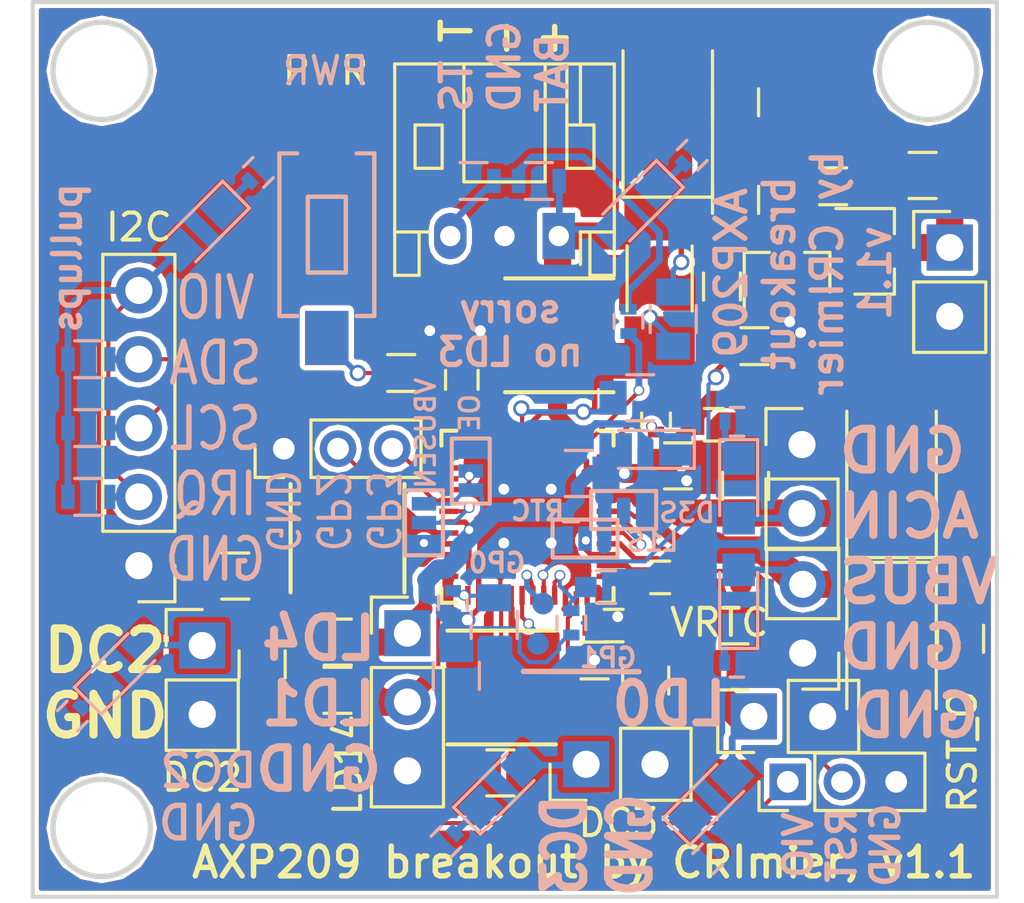
<source format=kicad_pcb>
(kicad_pcb (version 4) (host pcbnew 4.0.7)
  (layers (0 F.Cu signal) (31 B.Cu signal) (34 B.Paste user hide) (35 F.Paste user hide) (36 B.SilkS user) (37 F.SilkS user) (38 B.Mask user) (39 F.Mask user) (44 Edge.Cuts user))
  (net 0 "")
  (net 1 IPSOUT)
  (net 2 GND)
  (net 3 ACIN)
  (net 4 VBUS)
  (net 5 +BATT)
  (net 6 "Net-(C6-Pad2)")
  (net 7 "Net-(C7-Pad2)")
  (net 8 "Net-(C8-Pad2)")
  (net 9 "Net-(C9-Pad2)")
  (net 10 "Net-(C10-Pad2)")
  (net 11 DCDC2)
  (net 12 DCDC3)
  (net 13 "Net-(C15-Pad2)")
  (net 14 LDO0)
  (net 15 LDO1)
  (net 16 LDO4)
  (net 17 "Net-(D4-Pad1)")
  (net 18 GP3)
  (net 19 GP2)
  (net 20 GP1)
  (net 21 GP0)
  (net 22 IRQ)
  (net 23 SCL)
  (net 24 SDA)
  (net 25 VCCIO)
  (net 26 "Net-(J6-Pad2)")
  (net 27 "Net-(J7-Pad2)")
  (net 28 "Net-(J9-Pad2)")
  (net 29 "Net-(J10-Pad2)")
  (net 30 "Net-(L1-Pad2)")
  (net 31 "Net-(L2-Pad2)")
  (net 32 "Net-(L3-Pad2)")
  (net 33 "Net-(R1-Pad1)")
  (net 34 "Net-(R3-Pad2)")
  (net 35 "Net-(R5-Pad2)")
  (net 36 "Net-(R6-Pad2)")
  (net 37 "Net-(D5-Pad1)")
  (net 38 "Net-(D6-Pad1)")
  (net 39 "Net-(D7-Pad1)")
  (net 40 "Net-(D8-Pad1)")
  (net 41 "Net-(D9-Pad1)")
  (net 42 "Net-(D10-Pad1)")
  (net 43 "Net-(D11-Pad1)")
  (net 44 "Net-(J8-Pad3)")
  (net 45 IPS_PSU)
  (net 46 RSTO)
  (net 47 "Net-(Q1-Pad1)")
  (net 48 "Net-(Q1-Pad3)")
  (net 49 EXTEN)
  (net 50 VRTC)
  (module Capacitors_SMD:C_0805 (layer B.Cu) (at 147.701 126.4666 270)
    (fp_text reference C1 hide)
    (fp_text value xC)
    (pad 1 smd rect (at -1 0 270) (size 1 1.25) (layers B.Cu B.Paste B.Mask) (net 1 IPSOUT))
    (pad 2 smd rect (at 1 0 270) (size 1 1.25) (layers B.Cu B.Paste B.Mask) (net 2 GND))
  )
  (module Capacitors_SMD:C_0603 (layer F.Cu) (at 157.2 117.2)
    (fp_text reference C2 hide)
    (fp_text value xxC)
    (pad 2 smd rect (at 0.75 0) (size 0.8 0.75) (layers F.Cu F.Paste F.Mask) (net 2 GND))
    (pad 1 smd rect (at -0.75 0) (size 0.8 0.75) (layers F.Cu F.Paste F.Mask) (net 1 IPSOUT))
  )
  (module Capacitors_SMD:C_0805 (layer F.Cu) (at 158.369 119.4562 90)
    (fp_text reference C3 hide)
    (fp_text value xC)
    (pad 1 smd rect (at -1 0 90) (size 1 1.25) (layers F.Cu F.Paste F.Mask) (net 3 ACIN))
    (pad 2 smd rect (at 1 0 90) (size 1 1.25) (layers F.Cu F.Paste F.Mask) (net 2 GND))
  )
  (module Capacitors_SMD:C_0805 (layer F.Cu) (at 166.3 125.1 270)
    (fp_text reference C4 hide)
    (fp_text value xC)
    (pad 1 smd rect (at -1 0 270) (size 1 1.25) (layers F.Cu F.Paste F.Mask) (net 4 VBUS))
    (pad 2 smd rect (at 1 0 270) (size 1 1.25) (layers F.Cu F.Paste F.Mask) (net 2 GND))
  )
  (module Capacitors_SMD:C_0805 (layer F.Cu) (at 158 108.9 90)
    (fp_text reference C5 hide)
    (fp_text value xC)
    (pad 1 smd rect (at -1 0 90) (size 1 1.25) (layers F.Cu F.Paste F.Mask) (net 5 +BATT))
    (pad 2 smd rect (at 1 0 90) (size 1 1.25) (layers F.Cu F.Paste F.Mask) (net 2 GND))
  )
  (module Capacitors_SMD:C_0603 (layer F.Cu) (at 147.9042 115.5446 270)
    (fp_text reference C6 hide)
    (fp_text value xxC)
    (pad 2 smd rect (at 0.75 0 270) (size 0.8 0.75) (layers F.Cu F.Paste F.Mask) (net 6 "Net-(C6-Pad2)"))
    (pad 1 smd rect (at -0.75 0 270) (size 0.8 0.75) (layers F.Cu F.Paste F.Mask) (net 2 GND))
  )
  (module Capacitors_SMD:C_0603 (layer B.Cu) (at 153.2248 123.19 180)
    (fp_text reference C7 hide)
    (fp_text value xxC)
    (pad 2 smd rect (at 0.75 0 180) (size 0.8 0.75) (layers B.Cu B.Paste B.Mask) (net 7 "Net-(C7-Pad2)"))
    (pad 1 smd rect (at -0.75 0 180) (size 0.8 0.75) (layers B.Cu B.Paste B.Mask) (net 2 GND))
  )
  (module Capacitors_SMD:C_0603 (layer F.Cu) (at 153.5042 124.6124 180)
    (fp_text reference C8 hide)
    (fp_text value xxC)
    (pad 2 smd rect (at 0.75 0 180) (size 0.8 0.75) (layers F.Cu F.Paste F.Mask) (net 8 "Net-(C8-Pad2)"))
    (pad 1 smd rect (at -0.75 0 180) (size 0.8 0.75) (layers F.Cu F.Paste F.Mask) (net 2 GND))
  )
  (module Capacitors_SMD:C_0603 (layer F.Cu) (at 155.2194 122.8344 180)
    (fp_text reference C9 hide)
    (fp_text value xxC)
    (pad 2 smd rect (at 0.75 0 180) (size 0.8 0.75) (layers F.Cu F.Paste F.Mask) (net 9 "Net-(C9-Pad2)"))
    (pad 1 smd rect (at -0.75 0 180) (size 0.8 0.75) (layers F.Cu F.Paste F.Mask) (net 2 GND))
  )
  (module Capacitors_SMD:C_0805 (layer B.Cu) (at 149.098 124.587 90)
    (fp_text reference C10 hide)
    (fp_text value xC)
    (pad 1 smd rect (at -1 0 90) (size 1 1.25) (layers B.Cu B.Paste B.Mask) (net 2 GND))
    (pad 2 smd rect (at 1 0 90) (size 1 1.25) (layers B.Cu B.Paste B.Mask) (net 10 "Net-(C10-Pad2)"))
  )
  (module Capacitors_SMD:C_0805 (layer F.Cu) (at 139.5476 122.7836 180)
    (fp_text reference C11 hide)
    (fp_text value xC)
    (pad 1 smd rect (at -1 0 180) (size 1 1.25) (layers F.Cu F.Paste F.Mask) (net 11 DCDC2))
    (pad 2 smd rect (at 1 0 180) (size 1 1.25) (layers F.Cu F.Paste F.Mask) (net 2 GND))
  )
  (module Capacitors_SMD:C_0805 (layer F.Cu) (at 149.3266 130.048 180)
    (fp_text reference C12 hide)
    (fp_text value xC)
    (pad 1 smd rect (at -1 0 180) (size 1 1.25) (layers F.Cu F.Paste F.Mask) (net 12 DCDC3))
    (pad 2 smd rect (at 1 0 180) (size 1 1.25) (layers F.Cu F.Paste F.Mask) (net 2 GND))
  )
  (module Capacitors_SMD:C_0805 (layer F.Cu) (at 140.5382 126.0442 270)
    (fp_text reference C13 hide)
    (fp_text value xC)
    (pad 1 smd rect (at -1 0 270) (size 1 1.25) (layers F.Cu F.Paste F.Mask) (net 11 DCDC2))
    (pad 2 smd rect (at 1 0 270) (size 1 1.25) (layers F.Cu F.Paste F.Mask) (net 2 GND))
  )
  (module Capacitors_SMD:C_0805 (layer F.Cu) (at 154.686 126.6444 90)
    (fp_text reference C14 hide)
    (fp_text value xC)
    (pad 1 smd rect (at -1 0 90) (size 1 1.25) (layers F.Cu F.Paste F.Mask) (net 12 DCDC3))
    (pad 2 smd rect (at 1 0 90) (size 1 1.25) (layers F.Cu F.Paste F.Mask) (net 2 GND))
  )
  (module Capacitors_SMD:C_0805 (layer F.Cu) (at 157.9626 126.1364 180)
    (fp_text reference C16 hide)
    (fp_text value xC)
    (pad 1 smd rect (at -1 0 180) (size 1 1.25) (layers F.Cu F.Paste F.Mask) (net 2 GND))
    (pad 2 smd rect (at 1 0 180) (size 1 1.25) (layers F.Cu F.Paste F.Mask) (net 14 LDO0))
  )
  (module Capacitors_SMD:C_0805 (layer F.Cu) (at 143.3162 127)
    (fp_text reference C17 hide)
    (fp_text value xC)
    (pad 1 smd rect (at -1 0) (size 1 1.25) (layers F.Cu F.Paste F.Mask) (net 2 GND))
    (pad 2 smd rect (at 1 0) (size 1 1.25) (layers F.Cu F.Paste F.Mask) (net 15 LDO1))
  )
  (module Capacitors_SMD:C_0805 (layer B.Cu) (at 152.2222 118.999)
    (fp_text reference C19 hide)
    (fp_text value xC)
    (pad 1 smd rect (at -1 0) (size 1 1.25) (layers B.Cu B.Paste B.Mask) (net 2 GND))
    (pad 2 smd rect (at 1 0) (size 1 1.25) (layers B.Cu B.Paste B.Mask) (net 1 IPSOUT))
  )
  (module Capacitors_SMD:C_0805 (layer F.Cu) (at 143.3289 125.222)
    (fp_text reference C20 hide)
    (fp_text value xC)
    (pad 1 smd rect (at -1 0) (size 1 1.25) (layers F.Cu F.Paste F.Mask) (net 2 GND))
    (pad 2 smd rect (at 1 0) (size 1 1.25) (layers F.Cu F.Paste F.Mask) (net 16 LDO4))
  )
  (module Capacitors_SMD:C_0805 (layer B.Cu) (at 154.4828 116.205 180)
    (fp_text reference C22 hide)
    (fp_text value xC)
    (pad 1 smd rect (at -1 0 180) (size 1 1.25) (layers B.Cu B.Paste B.Mask) (net 2 GND))
    (pad 2 smd rect (at 1 0 180) (size 1 1.25) (layers B.Cu B.Paste B.Mask) (net 13 "Net-(C15-Pad2)"))
  )
  (module Capacitors_SMD:C_0805 (layer F.Cu) (at 155.8798 118.7196 180)
    (fp_text reference C23 hide)
    (fp_text value xC)
    (pad 1 smd rect (at -1 0 180) (size 1 1.25) (layers F.Cu F.Paste F.Mask) (net 2 GND))
    (pad 2 smd rect (at 1 0 180) (size 1 1.25) (layers F.Cu F.Paste F.Mask) (net 1 IPSOUT))
  )
  (module Diodes_SMD:D_SMA (layer F.Cu) (at 163.7538 118.7008 90)
    (fp_text reference D1 hide)
    (fp_text value D_Schottky)
    (pad 1 smd rect (at -2 0 90) (size 2.5 1.8) (layers F.Cu F.Paste F.Mask) (net 3 ACIN))
    (pad 2 smd rect (at 2 0 90) (size 2.5 1.8) (layers F.Cu F.Paste F.Mask) (net 2 GND))
  )
  (module Diodes_SMD:D_SMA (layer F.Cu) (at 163.7538 125.6792 270)
    (fp_text reference D2 hide)
    (fp_text value D_Schottky)
    (pad 1 smd rect (at -2 0 270) (size 2.5 1.8) (layers F.Cu F.Paste F.Mask) (net 4 VBUS))
    (pad 2 smd rect (at 2 0 270) (size 2.5 1.8) (layers F.Cu F.Paste F.Mask) (net 2 GND))
  )
  (module Diodes_SMD:D_SMA (layer F.Cu) (at 155.5 105.4 90)
    (fp_text reference D3 hide)
    (fp_text value D_Schottky)
    (pad 1 smd rect (at -2 0 90) (size 2.5 1.8) (layers F.Cu F.Paste F.Mask) (net 5 +BATT))
    (pad 2 smd rect (at 2 0 90) (size 2.5 1.8) (layers F.Cu F.Paste F.Mask) (net 2 GND))
  )
  (module LEDs:LED_0805 (layer B.Cu) (at 154.6782 118.11 180)
    (fp_text reference D4 hide)
    (fp_text value LED)
    (pad 2 smd rect (at 1.1 0) (size 1.2 1.2) (layers B.Cu B.Paste B.Mask) (net 1 IPSOUT))
    (pad 1 smd rect (at -1.1 0) (size 1.2 1.2) (layers B.Cu B.Paste B.Mask) (net 17 "Net-(D4-Pad1)"))
  )
  (module Pin_Headers:Pin_Header_Straight_1x05_Pitch2.54mm (layer F.Cu) (at 135.9916 122.4026 180)
    (fp_text reference J3 hide)
    (fp_text value I2C (at 0 12.49 180) (layer F.SilkS))
    (pad 1 thru_hole rect (at 0 0 180) (size 1.7 1.7) (drill 1) (layers *.Cu *.Mask) (net 2 GND))
    (pad 2 thru_hole oval (at 0 2.54 180) (size 1.7 1.7) (drill 1) (layers *.Cu *.Mask) (net 22 IRQ))
    (pad 3 thru_hole oval (at 0 5.08 180) (size 1.7 1.7) (drill 1) (layers *.Cu *.Mask) (net 23 SCL))
    (pad 4 thru_hole oval (at 0 7.62 180) (size 1.7 1.7) (drill 1) (layers *.Cu *.Mask) (net 24 SDA))
    (pad 5 thru_hole oval (at 0 10.16 180) (size 1.7 1.7) (drill 1) (layers *.Cu *.Mask) (net 25 VCCIO))
  )
  (module Pin_Headers:Pin_Header_Straight_1x02_Pitch2.54mm (layer F.Cu) (at 160.4518 117.9322)
    (fp_text reference J4 hide)
    (fp_text value Conn_01x02)
    (pad 1 thru_hole rect (at 0 0) (size 1.7 1.7) (drill 1) (layers *.Cu *.Mask) (net 2 GND))
    (pad 2 thru_hole oval (at 0 2.54) (size 1.7 1.7) (drill 1) (layers *.Cu *.Mask) (net 3 ACIN))
  )
  (module Pin_Headers:Pin_Header_Straight_1x02_Pitch2.54mm (layer F.Cu) (at 160.4772 125.6284 180)
    (fp_text reference J5 hide)
    (fp_text value Conn_01x02)
    (pad 1 thru_hole rect (at 0 0 180) (size 1.7 1.7) (drill 1) (layers *.Cu *.Mask) (net 2 GND))
    (pad 2 thru_hole oval (at 0 2.54 180) (size 1.7 1.7) (drill 1) (layers *.Cu *.Mask) (net 4 VBUS))
  )
  (module fp:GS3_SMALL (layer B.Cu) (at 148.2344 118.9086)
    (fp_text reference J6 hide)
    (fp_text value OE (at -0.0381 -2.1448 90) (layer B.SilkS) (effects (font (size 0.7 0.7) (thickness 0.13)) (justify mirror)))
    (pad 1 smd rect (at 0 0.7) (size 0.9 0.5) (layers B.Cu B.Paste B.Mask) (net 1 IPSOUT))
    (pad 2 smd rect (at 0 0) (size 0.9 0.5) (layers B.Cu B.Paste B.Mask) (net 26 "Net-(J6-Pad2)"))
    (pad 3 smd rect (at 0 -0.7) (size 0.9 0.5) (layers B.Cu B.Paste B.Mask) (net 2 GND))
  )
  (module fp:GS3_SMALL (layer B.Cu) (at 146.5072 120.8166)
    (fp_text reference J7 hide)
    (fp_text value VBUSEN (at 0.0635 -3.3035 90) (layer B.SilkS) (effects (font (size 0.7 0.7) (thickness 0.13)) (justify mirror)))
    (pad 1 smd rect (at 0 0.7) (size 0.9 0.5) (layers B.Cu B.Paste B.Mask) (net 2 GND))
    (pad 2 smd rect (at 0 0) (size 0.9 0.5) (layers B.Cu B.Paste B.Mask) (net 27 "Net-(J7-Pad2)"))
    (pad 3 smd rect (at 0 -0.7) (size 0.9 0.5) (layers B.Cu B.Paste B.Mask) (net 1 IPSOUT))
  )
  (module Connectors_JST:JST_PH_S3B-PH-K_03x2.00mm_Angled (layer F.Cu) (at 151.479 110.236 180)
    (fp_text reference J8 hide)
    (fp_text value BAT)
    (pad 1 thru_hole rect (at 0 0 180) (size 1.2 1.7) (drill 0.75) (layers *.Cu *.Mask) (net 5 +BATT))
    (pad 2 thru_hole oval (at 2 0 180) (size 1.2 1.7) (drill 0.75) (layers *.Cu *.Mask) (net 2 GND))
    (pad 3 thru_hole oval (at 4 0 180) (size 1.2 1.7) (drill 0.75) (layers *.Cu *.Mask) (net 44 "Net-(J8-Pad3)"))
  )
  (module fp:GS3_SMALL (layer B.Cu) (at 152.4508 121.4 270)
    (fp_text reference J9 hide)
    (fp_text value L1S (at 0.1143 -2.4892 360) (layer B.SilkS) (effects (font (size 0.7 0.7) (thickness 0.13)) (justify mirror)))
    (pad 1 smd rect (at 0 0.7 270) (size 0.9 0.5) (layers B.Cu B.Paste B.Mask) (net 2 GND))
    (pad 2 smd rect (at 0 0 270) (size 0.9 0.5) (layers B.Cu B.Paste B.Mask) (net 28 "Net-(J9-Pad2)"))
    (pad 3 smd rect (at 0 -0.7 270) (size 0.9 0.5) (layers B.Cu B.Paste B.Mask) (net 1 IPSOUT))
  )
  (module fp:GS3_SMALL (layer B.Cu) (at 153.8732 120.3452 270)
    (fp_text reference J10 hide)
    (fp_text value D3S (at 0.1016 -2.3368 360) (layer B.SilkS) (effects (font (size 0.7 0.7) (thickness 0.13)) (justify mirror)))
    (pad 1 smd rect (at 0 0.7 270) (size 0.9 0.5) (layers B.Cu B.Paste B.Mask) (net 1 IPSOUT))
    (pad 2 smd rect (at 0 0 270) (size 0.9 0.5) (layers B.Cu B.Paste B.Mask) (net 29 "Net-(J10-Pad2)"))
    (pad 3 smd rect (at 0 -0.7 270) (size 0.9 0.5) (layers B.Cu B.Paste B.Mask) (net 2 GND))
  )
  (module Pin_Headers:Pin_Header_Straight_1x03_Pitch2.00mm (layer F.Cu) (at 159.925 130.3782 90)
    (fp_text reference J11 hide)
    (fp_text value RST_O (at 1.1176 6.445 90) (layer F.SilkS))
    (pad 1 thru_hole rect (at 0 0 90) (size 1.35 1.35) (drill 0.8) (layers *.Cu *.Mask) (net 25 VCCIO))
    (pad 2 thru_hole oval (at 0 2 90) (size 1.35 1.35) (drill 0.8) (layers *.Cu *.Mask) (net 46 RSTO))
    (pad 3 thru_hole oval (at 0 4 90) (size 1.35 1.35) (drill 0.8) (layers *.Cu *.Mask) (net 2 GND))
  )
  (module Inductors:Inductor_Taiyo-Yuden_NR-40xx (layer F.Cu) (at 151.5 113.9 180)
    (fp_text reference L1 hide)
    (fp_text value L)
    (pad 1 smd rect (at -1.4 0 180) (size 1.2 3.9) (layers F.Cu F.Paste F.Mask) (net 13 "Net-(C15-Pad2)"))
    (pad 2 smd rect (at 1.4 0 180) (size 1.2 3.9) (layers F.Cu F.Paste F.Mask) (net 30 "Net-(L1-Pad2)"))
  )
  (module Inductors:Inductor_Taiyo-Yuden_NR-40xx (layer F.Cu) (at 143.6878 121.3896 90)
    (fp_text reference L2 hide)
    (fp_text value L)
    (pad 1 smd rect (at -1.4 0 90) (size 1.2 3.9) (layers F.Cu F.Paste F.Mask) (net 11 DCDC2))
    (pad 2 smd rect (at 1.4 0 90) (size 1.2 3.9) (layers F.Cu F.Paste F.Mask) (net 31 "Net-(L2-Pad2)"))
  )
  (module Inductors:Inductor_Taiyo-Yuden_NR-40xx (layer F.Cu) (at 149.3744 126.8984 180)
    (fp_text reference L3 hide)
    (fp_text value L)
    (pad 1 smd rect (at -1.4 0 180) (size 1.2 3.9) (layers F.Cu F.Paste F.Mask) (net 12 DCDC3))
    (pad 2 smd rect (at 1.4 0 180) (size 1.2 3.9) (layers F.Cu F.Paste F.Mask) (net 32 "Net-(L3-Pad2)"))
  )
  (module Resistors_SMD:R_0603 (layer F.Cu) (at 145.669 115.2906)
    (fp_text reference R1 hide)
    (fp_text value xR)
    (pad 1 smd rect (at -0.75 0) (size 0.5 0.9) (layers F.Cu F.Paste F.Mask) (net 33 "Net-(R1-Pad1)"))
    (pad 2 smd rect (at 0.75 0) (size 0.5 0.9) (layers F.Cu F.Paste F.Mask) (net 6 "Net-(C6-Pad2)"))
  )
  (module Resistors_SMD:R_0402 (layer B.Cu) (at 151.9428 124.5108 270)
    (fp_text reference R2 hide)
    (fp_text value 0R)
    (pad 1 smd rect (at -0.45 0 270) (size 0.4 0.6) (layers B.Cu B.Paste B.Mask) (net 7 "Net-(C7-Pad2)"))
    (pad 2 smd rect (at 0.45 0 270) (size 0.4 0.6) (layers B.Cu B.Paste B.Mask) (net 1 IPSOUT))
  )
  (module Resistors_SMD:R_0402 (layer F.Cu) (at 155.067 117.0178 90)
    (fp_text reference R3 hide)
    (fp_text value 10K)
    (pad 1 smd rect (at -0.45 0 90) (size 0.4 0.6) (layers F.Cu F.Paste F.Mask) (net 17 "Net-(D4-Pad1)"))
    (pad 2 smd rect (at 0.45 0 90) (size 0.4 0.6) (layers F.Cu F.Paste F.Mask) (net 34 "Net-(R3-Pad2)"))
  )
  (module Resistors_SMD:R_0603 (layer F.Cu) (at 152.8 125.9 180)
    (fp_text reference R5 hide)
    (fp_text value xR)
    (pad 1 smd rect (at -0.75 0 180) (size 0.5 0.9) (layers F.Cu F.Paste F.Mask) (net 2 GND))
    (pad 2 smd rect (at 0.75 0 180) (size 0.5 0.9) (layers F.Cu F.Paste F.Mask) (net 35 "Net-(R5-Pad2)"))
  )
  (module Resistors_SMD:R_0402 (layer B.Cu) (at 154.051 113.3856 270)
    (fp_text reference R6 hide)
    (fp_text value 0R)
    (pad 1 smd rect (at -0.45 0 270) (size 0.4 0.6) (layers B.Cu B.Paste B.Mask) (net 44 "Net-(J8-Pad3)"))
    (pad 2 smd rect (at 0.45 0 270) (size 0.4 0.6) (layers B.Cu B.Paste B.Mask) (net 36 "Net-(R6-Pad2)"))
  )
  (module Resistors_SMD:R_0603 (layer B.Cu) (at 150.749 108.204)
    (fp_text reference R7 hide)
    (fp_text value xR)
    (pad 1 smd rect (at -0.75 0) (size 0.5 0.9) (layers B.Cu B.Paste B.Mask) (net 44 "Net-(J8-Pad3)"))
    (pad 2 smd rect (at 0.75 0) (size 0.5 0.9) (layers B.Cu B.Paste B.Mask) (net 5 +BATT))
  )
  (module Resistors_SMD:R_0603 (layer B.Cu) (at 148.336 108.204)
    (fp_text reference R8 hide)
    (fp_text value xR)
    (pad 1 smd rect (at -0.75 0) (size 0.5 0.9) (layers B.Cu B.Paste B.Mask) (net 2 GND))
    (pad 2 smd rect (at 0.75 0) (size 0.5 0.9) (layers B.Cu B.Paste B.Mask) (net 44 "Net-(J8-Pad3)"))
  )
  (module Resistors_SMD:R_0402 (layer B.Cu) (at 147.574 123.767 90)
    (fp_text reference R9 hide)
    (fp_text value 0R)
    (pad 1 smd rect (at -0.45 0 90) (size 0.4 0.6) (layers B.Cu B.Paste B.Mask) (net 1 IPSOUT))
    (pad 2 smd rect (at 0.45 0 90) (size 0.4 0.6) (layers B.Cu B.Paste B.Mask) (net 10 "Net-(C10-Pad2)"))
  )
  (module Resistors_SMD:R_MELF_MMB-0207 (layer F.Cu) (at 155.2 111.8 270)
    (fp_text reference R12 hide)
    (fp_text value Shunt)
    (pad 1 smd rect (at -2.45 0 270) (size 2.1 2.6) (layers F.Cu F.Paste F.Mask) (net 5 +BATT))
    (pad 2 smd rect (at 2.45 0 270) (size 2.1 2.6) (layers F.Cu F.Paste F.Mask) (net 13 "Net-(C15-Pad2)"))
  )
  (module fp:SW_SPST_EVQPE1 (layer F.Cu) (at 142.9258 110.1852 270)
    (fp_text reference SW1 hide)
    (fp_text value PWR (at -6.0452 0.0508 360) (layer F.SilkS))
    (pad 2 smd rect (at 3.81 0 270) (size 2 1.6) (layers F.Cu F.Paste F.Mask) (net 33 "Net-(R1-Pad1)"))
    (pad 1 smd rect (at -3.81 0 270) (size 2 1.6) (layers F.Cu F.Paste F.Mask) (net 2 GND))
  )
  (module fp:TQFP-48-1EP_6x6mm_Pitch0.4mm (layer F.Cu) (at 150.3268 120.5948)
    (fp_text reference U1 hide)
    (fp_text value axp209)
    (pad 1 smd rect (at -2.9 -2.2) (size 0.7 0.2) (layers F.Cu F.Paste F.Mask) (net 24 SDA))
    (pad 2 smd rect (at -2.9 -1.8) (size 0.7 0.2) (layers F.Cu F.Paste F.Mask) (net 23 SCL))
    (pad 3 smd rect (at -2.9 -1.4) (size 0.7 0.2) (layers F.Cu F.Paste F.Mask) (net 18 GP3))
    (pad 4 smd rect (at -2.9 -1) (size 0.7 0.2) (layers F.Cu F.Paste F.Mask) (net 26 "Net-(J6-Pad2)"))
    (pad 5 smd rect (at -2.9 -0.6) (size 0.7 0.2) (layers F.Cu F.Paste F.Mask) (net 19 GP2))
    (pad 6 smd rect (at -2.9 -0.2) (size 0.7 0.2) (layers F.Cu F.Paste F.Mask) (net 27 "Net-(J7-Pad2)"))
    (pad 7 smd rect (at -2.9 0.2) (size 0.7 0.2) (layers F.Cu F.Paste F.Mask) (net 1 IPSOUT))
    (pad 8 smd rect (at -2.9 0.6) (size 0.7 0.2) (layers F.Cu F.Paste F.Mask) (net 31 "Net-(L2-Pad2)"))
    (pad 9 smd rect (at -2.9 1) (size 0.7 0.2) (layers F.Cu F.Paste F.Mask) (net 2 GND))
    (pad 10 smd rect (at -2.9 1.4) (size 0.7 0.2) (layers F.Cu F.Paste F.Mask) (net 11 DCDC2))
    (pad 11 smd rect (at -2.9 1.8) (size 0.7 0.2) (layers F.Cu F.Paste F.Mask) (net 16 LDO4))
    (pad 12 smd rect (at -2.9 2.2) (size 0.7 0.2) (layers F.Cu F.Paste F.Mask) (net 15 LDO1))
    (pad 13 smd rect (at -2.2 2.9 90) (size 0.7 0.2) (layers F.Cu F.Paste F.Mask) (net 10 "Net-(C10-Pad2)"))
    (pad 14 smd rect (at -1.8 2.9 90) (size 0.7 0.2) (layers F.Cu F.Paste F.Mask) (net 1 IPSOUT))
    (pad 15 smd rect (at -1.4 2.9 90) (size 0.7 0.2) (layers F.Cu F.Paste F.Mask) (net 32 "Net-(L3-Pad2)"))
    (pad 16 smd rect (at -1 2.9 90) (size 0.7 0.2) (layers F.Cu F.Paste F.Mask) (net 2 GND))
    (pad 17 smd rect (at -0.6 2.9 90) (size 0.7 0.2) (layers F.Cu F.Paste F.Mask) (net 12 DCDC3))
    (pad 18 smd rect (at -0.2 2.9 90) (size 0.7 0.2) (layers F.Cu F.Paste F.Mask) (net 20 GP1))
    (pad 19 smd rect (at 0.2 2.9 90) (size 0.7 0.2) (layers F.Cu F.Paste F.Mask) (net 21 GP0))
    (pad 20 smd rect (at 0.6 2.9 90) (size 0.7 0.2) (layers F.Cu F.Paste F.Mask) (net 49 EXTEN))
    (pad 21 smd rect (at 1 2.9 90) (size 0.7 0.2) (layers F.Cu F.Paste F.Mask) (net 7 "Net-(C7-Pad2)"))
    (pad 22 smd rect (at 1.4 2.9 90) (size 0.7 0.2) (layers F.Cu F.Paste F.Mask) (net 2 GND))
    (pad 23 smd rect (at 1.8 3 90) (size 0.5 0.2) (layers F.Cu F.Paste F.Mask) (net 35 "Net-(R5-Pad2)"))
    (pad 24 smd rect (at 2.2 2.9 90) (size 0.7 0.2) (layers F.Cu F.Paste F.Mask) (net 8 "Net-(C8-Pad2)"))
    (pad 25 smd rect (at 2.9 2.2) (size 0.7 0.2) (layers F.Cu F.Paste F.Mask) (net 46 RSTO))
    (pad 26 smd rect (at 2.9 1.8) (size 0.7 0.2) (layers F.Cu F.Paste F.Mask) (net 9 "Net-(C9-Pad2)"))
    (pad 27 smd rect (at 2.9 1.4) (size 0.7 0.2) (layers F.Cu F.Paste F.Mask) (net 28 "Net-(J9-Pad2)"))
    (pad 28 smd rect (at 2.9 1) (size 0.7 0.2) (layers F.Cu F.Paste F.Mask) (net 14 LDO0))
    (pad 29 smd rect (at 2.9 0.6) (size 0.7 0.2) (layers F.Cu F.Paste F.Mask) (net 29 "Net-(J10-Pad2)"))
    (pad 30 smd rect (at 2.9 0.2) (size 0.7 0.2) (layers F.Cu F.Paste F.Mask) (net 50 VRTC))
    (pad 31 smd rect (at 2.9 -0.2) (size 0.7 0.2) (layers F.Cu F.Paste F.Mask) (net 4 VBUS))
    (pad 32 smd rect (at 2.9 -0.6) (size 0.7 0.2) (layers F.Cu F.Paste F.Mask) (net 3 ACIN))
    (pad 33 smd rect (at 2.9 -1) (size 0.7 0.2) (layers F.Cu F.Paste F.Mask) (net 3 ACIN))
    (pad 34 smd rect (at 2.9 -1.4) (size 0.7 0.2) (layers F.Cu F.Paste F.Mask) (net 1 IPSOUT))
    (pad 35 smd rect (at 2.9 -1.8) (size 0.7 0.2) (layers F.Cu F.Paste F.Mask) (net 1 IPSOUT))
    (pad 36 smd rect (at 2.9 -2.2) (size 0.7 0.2) (layers F.Cu F.Paste F.Mask) (net 34 "Net-(R3-Pad2)"))
    (pad 37 smd rect (at 2.2 -2.9 90) (size 0.7 0.2) (layers F.Cu F.Paste F.Mask) (net 36 "Net-(R6-Pad2)"))
    (pad 38 smd rect (at 1.8 -2.9 90) (size 0.7 0.2) (layers F.Cu F.Paste F.Mask) (net 5 +BATT))
    (pad 39 smd rect (at 1.4 -2.9 90) (size 0.7 0.2) (layers F.Cu F.Paste F.Mask) (net 5 +BATT))
    (pad 40 smd rect (at 1 -2.9 90) (size 0.7 0.2) (layers F.Cu F.Paste F.Mask) (net 1 IPSOUT))
    (pad 41 smd rect (at 0.6 -2.9 90) (size 0.7 0.2) (layers F.Cu F.Paste F.Mask))
    (pad 42 smd rect (at 0.2 -2.9 90) (size 0.7 0.2) (layers F.Cu F.Paste F.Mask) (net 5 +BATT))
    (pad 43 smd rect (at -0.2 -2.9 90) (size 0.7 0.2) (layers F.Cu F.Paste F.Mask) (net 13 "Net-(C15-Pad2)"))
    (pad 44 smd rect (at -0.6 -2.9 90) (size 0.7 0.2) (layers F.Cu F.Paste F.Mask) (net 1 IPSOUT))
    (pad 45 smd rect (at -1 -2.9 90) (size 0.7 0.2) (layers F.Cu F.Paste F.Mask) (net 30 "Net-(L1-Pad2)"))
    (pad 46 smd rect (at -1.4 -2.9 90) (size 0.7 0.2) (layers F.Cu F.Paste F.Mask) (net 2 GND))
    (pad 47 smd rect (at -1.8 -2.9 90) (size 0.7 0.2) (layers F.Cu F.Paste F.Mask) (net 6 "Net-(C6-Pad2)"))
    (pad 48 smd rect (at -2.2 -2.9 90) (size 0.7 0.2) (layers F.Cu F.Paste F.Mask) (net 22 IRQ))
    (pad 49 smd rect (at 0.875 0.875) (size 1.75 1.75) (layers F.Cu F.Paste F.Mask) (net 2 GND))
    (pad 49 smd rect (at 0.875 -0.875) (size 1.75 1.75) (layers F.Cu F.Paste F.Mask) (net 2 GND))
    (pad 49 smd rect (at -0.875 0.875) (size 1.75 1.75) (layers F.Cu F.Paste F.Mask) (net 2 GND))
    (pad 49 smd rect (at -0.875 -0.875) (size 1.75 1.75) (layers F.Cu F.Paste F.Mask) (net 2 GND))
  )
  (module Pin_Headers:Pin_Header_Straight_1x03_Pitch2.00mm (layer F.Cu) (at 141.3388 118.0846 90)
    (fp_text reference J1 hide)
    (fp_text value GP23)
    (pad 1 thru_hole rect (at 0 0 90) (size 1.35 1.35) (drill 0.8) (layers *.Cu *.Mask) (net 2 GND))
    (pad 2 thru_hole oval (at 0 2 90) (size 1.35 1.35) (drill 0.8) (layers *.Cu *.Mask) (net 19 GP2))
    (pad 3 thru_hole oval (at 0 4 90) (size 1.35 1.35) (drill 0.8) (layers *.Cu *.Mask) (net 18 GP3))
  )
  (module Pin_Headers:Pin_Header_Straight_1x02_Pitch2.54mm (layer F.Cu) (at 138.3284 125.349)
    (fp_text reference J2 hide)
    (fp_text value DC2 (at 0 4.87) (layer F.SilkS))
    (pad 1 thru_hole rect (at 0 0) (size 1.7 1.7) (drill 1) (layers *.Cu *.Mask) (net 11 DCDC2))
    (pad 2 thru_hole oval (at 0 2.54) (size 1.7 1.7) (drill 1) (layers *.Cu *.Mask) (net 2 GND))
  )
  (module Pin_Headers:Pin_Header_Straight_1x02_Pitch2.54mm (layer F.Cu) (at 152.4889 129.7305 90)
    (fp_text reference J12 hide)
    (fp_text value DC3 (at -2.159 1.1938 180) (layer F.SilkS))
    (pad 1 thru_hole rect (at 0 0 90) (size 1.7 1.7) (drill 1) (layers *.Cu *.Mask) (net 12 DCDC3))
    (pad 2 thru_hole oval (at 0 2.54 90) (size 1.7 1.7) (drill 1) (layers *.Cu *.Mask) (net 2 GND))
  )
  (module Pin_Headers:Pin_Header_Straight_1x02_Pitch2.54mm (layer F.Cu) (at 158.6738 127.9652 90)
    (fp_text reference J13 hide)
    (fp_text value LD0)
    (pad 1 thru_hole rect (at 0 0 90) (size 1.7 1.7) (drill 1) (layers *.Cu *.Mask) (net 14 LDO0))
    (pad 2 thru_hole oval (at 0 2.54 90) (size 1.7 1.7) (drill 1) (layers *.Cu *.Mask) (net 2 GND))
  )
  (module Pin_Headers:Pin_Header_Straight_1x03_Pitch2.54mm (layer F.Cu) (at 145.8976 124.8918)
    (fp_text reference J14 hide)
    (fp_text value LD14 (at -2.1971 4.8641 90) (layer F.SilkS))
    (pad 1 thru_hole rect (at 0 0) (size 1.7 1.7) (drill 1) (layers *.Cu *.Mask) (net 16 LDO4))
    (pad 2 thru_hole oval (at 0 2.54) (size 1.7 1.7) (drill 1) (layers *.Cu *.Mask) (net 15 LDO1))
    (pad 3 thru_hole oval (at 0 5.08) (size 1.7 1.7) (drill 1) (layers *.Cu *.Mask) (net 2 GND))
  )
  (module fp:SW_SPST_EVQPE1 (layer B.Cu) (at 142.9258 110.1852 270)
    (fp_text reference SW2 hide)
    (fp_text value PWR (at -6.0452 0.0508 360) (layer B.SilkS) (effects (justify mirror)))
    (pad 2 smd rect (at 3.81 0 270) (size 2 1.6) (layers B.Cu B.Paste B.Mask) (net 33 "Net-(R1-Pad1)"))
    (pad 1 smd rect (at -3.81 0 270) (size 2 1.6) (layers B.Cu B.Paste B.Mask) (net 2 GND))
  )
  (module fp:Measurement_Point_Round-SMD-Pad_VerySmall (layer B.Cu) (at 150.7109 125.2855)
    (fp_text reference TP2 hide)
    (fp_text value GP1 (at 2.5891 0.5145) (layer B.SilkS) (effects (font (size 0.7 0.7)) (justify mirror)))
    (pad 1 smd circle (at 0 0) (size 0.8 0.8) (layers B.Cu B.Mask) (net 20 GP1))
  )
  (module Resistors_SMD:R_0603 (layer B.Cu) (at 134.1254 114.7826 180)
    (fp_text reference R14 hide)
    (fp_text value 10K)
    (pad 1 smd rect (at -0.75 0 180) (size 0.5 0.9) (layers B.Cu B.Paste B.Mask) (net 24 SDA))
    (pad 2 smd rect (at 0.75 0 180) (size 0.5 0.9) (layers B.Cu B.Paste B.Mask) (net 25 VCCIO))
  )
  (module Resistors_SMD:R_0603 (layer B.Cu) (at 134.124 117.3226 180)
    (fp_text reference R15 hide)
    (fp_text value 10K)
    (pad 1 smd rect (at -0.75 0 180) (size 0.5 0.9) (layers B.Cu B.Paste B.Mask) (net 23 SCL))
    (pad 2 smd rect (at 0.75 0 180) (size 0.5 0.9) (layers B.Cu B.Paste B.Mask) (net 25 VCCIO))
  )
  (module Resistors_SMD:R_0603 (layer B.Cu) (at 134.124 119.8626 180)
    (fp_text reference R16 hide)
    (fp_text value 10K)
    (pad 1 smd rect (at -0.75 0 180) (size 0.5 0.9) (layers B.Cu B.Paste B.Mask) (net 22 IRQ))
    (pad 2 smd rect (at 0.75 0 180) (size 0.5 0.9) (layers B.Cu B.Paste B.Mask) (net 25 VCCIO))
  )
  (module LEDs:LED_0805 (layer B.Cu) (at 138.303 109.982 225)
    (fp_text reference D5 hide)
    (fp_text value LED)
    (pad 2 smd rect (at 1.1 0 45) (size 1.2 1.2) (layers B.Cu B.Paste B.Mask) (net 25 VCCIO))
    (pad 1 smd rect (at -1.1 0 45) (size 1.2 1.2) (layers B.Cu B.Paste B.Mask) (net 37 "Net-(D5-Pad1)"))
  )
  (module LEDs:LED_0805 (layer B.Cu) (at 158.115 119.55 270)
    (fp_text reference D6 hide)
    (fp_text value LED)
    (pad 2 smd rect (at 1.1 0 90) (size 1.2 1.2) (layers B.Cu B.Paste B.Mask) (net 3 ACIN))
    (pad 1 smd rect (at -1.1 0 90) (size 1.2 1.2) (layers B.Cu B.Paste B.Mask) (net 38 "Net-(D6-Pad1)"))
  )
  (module LEDs:LED_0805 (layer B.Cu) (at 158.115 123.655 90)
    (fp_text reference D7 hide)
    (fp_text value LED)
    (pad 2 smd rect (at 1.1 0 270) (size 1.2 1.2) (layers B.Cu B.Paste B.Mask) (net 4 VBUS))
    (pad 1 smd rect (at -1.1 0 270) (size 1.2 1.2) (layers B.Cu B.Paste B.Mask) (net 39 "Net-(D7-Pad1)"))
  )
  (module LEDs:LED_0805 (layer B.Cu) (at 154.305 109.22 225)
    (fp_text reference D8 hide)
    (fp_text value LED)
    (pad 2 smd rect (at 1.1 0 45) (size 1.2 1.2) (layers B.Cu B.Paste B.Mask) (net 5 +BATT))
    (pad 1 smd rect (at -1.1 0 45) (size 1.2 1.2) (layers B.Cu B.Paste B.Mask) (net 40 "Net-(D8-Pad1)"))
  )
  (module LEDs:LED_0805 (layer B.Cu) (at 149.367817 130.540183 45)
    (fp_text reference D9 hide)
    (fp_text value LED)
    (pad 2 smd rect (at 1.1 0 225) (size 1.2 1.2) (layers B.Cu B.Paste B.Mask) (net 12 DCDC3))
    (pad 1 smd rect (at -1.1 0 225) (size 1.2 1.2) (layers B.Cu B.Paste B.Mask) (net 41 "Net-(D9-Pad1)"))
  )
  (module LEDs:LED_0805 (layer B.Cu) (at 135.382 126.111 45)
    (fp_text reference D10 hide)
    (fp_text value LED)
    (pad 2 smd rect (at 1.1 0 225) (size 1.2 1.2) (layers B.Cu B.Paste B.Mask) (net 11 DCDC2))
    (pad 1 smd rect (at -1.1 0 225) (size 1.2 1.2) (layers B.Cu B.Paste B.Mask) (net 42 "Net-(D10-Pad1)"))
  )
  (module LEDs:LED_0805 (layer B.Cu) (at 157.099 130.937 45)
    (fp_text reference D11 hide)
    (fp_text value LED)
    (pad 2 smd rect (at 1.1 0 225) (size 1.2 1.2) (layers B.Cu B.Paste B.Mask) (net 14 LDO0))
    (pad 1 smd rect (at -1.1 0 225) (size 1.2 1.2) (layers B.Cu B.Paste B.Mask) (net 43 "Net-(D11-Pad1)"))
  )
  (module Resistors_SMD:R_0402 (layer B.Cu) (at 140.399198 107.885802 45)
    (fp_text reference R17 hide)
    (fp_text value 10K)
    (pad 1 smd rect (at -0.45 0 45) (size 0.4 0.6) (layers B.Cu B.Paste B.Mask) (net 37 "Net-(D5-Pad1)"))
    (pad 2 smd rect (at 0.45 0 45) (size 0.4 0.6) (layers B.Cu B.Paste B.Mask) (net 2 GND))
  )
  (module Resistors_SMD:R_0402 (layer B.Cu) (at 158.057 117.094)
    (fp_text reference R18 hide)
    (fp_text value 10K)
    (pad 1 smd rect (at -0.45 0) (size 0.4 0.6) (layers B.Cu B.Paste B.Mask) (net 38 "Net-(D6-Pad1)"))
    (pad 2 smd rect (at 0.45 0) (size 0.4 0.6) (layers B.Cu B.Paste B.Mask) (net 2 GND))
  )
  (module Resistors_SMD:R_0402 (layer B.Cu) (at 158.046 125.984)
    (fp_text reference R19 hide)
    (fp_text value 10K)
    (pad 1 smd rect (at -0.45 0) (size 0.4 0.6) (layers B.Cu B.Paste B.Mask) (net 39 "Net-(D7-Pad1)"))
    (pad 2 smd rect (at 0.45 0) (size 0.4 0.6) (layers B.Cu B.Paste B.Mask) (net 2 GND))
  )
  (module Resistors_SMD:R_0402 (layer B.Cu) (at 156.401198 107.250802 45)
    (fp_text reference R20 hide)
    (fp_text value 10K)
    (pad 1 smd rect (at -0.45 0 45) (size 0.4 0.6) (layers B.Cu B.Paste B.Mask) (net 40 "Net-(D8-Pad1)"))
    (pad 2 smd rect (at 0.45 0 45) (size 0.4 0.6) (layers B.Cu B.Paste B.Mask) (net 2 GND))
  )
  (module Resistors_SMD:R_0402 (layer B.Cu) (at 147.32 132.588 225)
    (fp_text reference R21 hide)
    (fp_text value 10K)
    (pad 1 smd rect (at -0.45 0 225) (size 0.4 0.6) (layers B.Cu B.Paste B.Mask) (net 41 "Net-(D9-Pad1)"))
    (pad 2 smd rect (at 0.45 0 225) (size 0.4 0.6) (layers B.Cu B.Paste B.Mask) (net 2 GND))
  )
  (module Resistors_SMD:R_0402 (layer B.Cu) (at 133.539802 127.953198 225)
    (fp_text reference R22 hide)
    (fp_text value 10K)
    (pad 1 smd rect (at -0.45 0 225) (size 0.4 0.6) (layers B.Cu B.Paste B.Mask) (net 42 "Net-(D10-Pad1)"))
    (pad 2 smd rect (at 0.45 0 225) (size 0.4 0.6) (layers B.Cu B.Paste B.Mask) (net 2 GND))
  )
  (module Resistors_SMD:R_0402 (layer B.Cu) (at 156.972 133.223 225)
    (fp_text reference R23 hide)
    (fp_text value 10K)
    (pad 1 smd rect (at -0.45 0 225) (size 0.4 0.6) (layers B.Cu B.Paste B.Mask) (net 43 "Net-(D11-Pad1)"))
    (pad 2 smd rect (at 0.45 0 225) (size 0.4 0.6) (layers B.Cu B.Paste B.Mask) (net 2 GND))
  )
  (module Capacitors_SMD:C_0805 (layer F.Cu) (at 164.9 108)
    (fp_text reference C18 hide)
    (fp_text value xC)
    (pad 1 smd rect (at -1 0) (size 1 1.25) (layers F.Cu F.Paste F.Mask) (net 2 GND))
    (pad 2 smd rect (at 1 0) (size 1 1.25) (layers F.Cu F.Paste F.Mask) (net 45 IPS_PSU))
  )
  (module Pin_Headers:Pin_Header_Straight_1x02_Pitch2.54mm (layer F.Cu) (at 165.9 110.66)
    (fp_text reference J15 hide)
    (fp_text value IPS_PSU)
    (pad 1 thru_hole rect (at 0 0) (size 1.7 1.7) (drill 1) (layers *.Cu *.Mask) (net 45 IPS_PSU))
    (pad 2 thru_hole oval (at 0 2.54) (size 1.7 1.7) (drill 1) (layers *.Cu *.Mask) (net 2 GND))
  )
  (module TO_SOT_Packages_SMD:SOT-23 (layer F.Cu) (at 159.9 111.6 90)
    (fp_text reference Q1 hide)
    (fp_text value BC817)
    (pad 1 smd rect (at -1 -0.95 90) (size 0.9 0.8) (layers F.Cu F.Paste F.Mask) (net 47 "Net-(Q1-Pad1)"))
    (pad 2 smd rect (at -1 0.95 90) (size 0.9 0.8) (layers F.Cu F.Paste F.Mask) (net 2 GND))
    (pad 3 smd rect (at 1 0 90) (size 0.9 0.8) (layers F.Cu F.Paste F.Mask) (net 48 "Net-(Q1-Pad3)"))
  )
  (module TO_SOT_Packages_SMD:SOT-23 (layer F.Cu) (at 163.1 110.8)
    (fp_text reference Q2 hide)
    (fp_text value Q_PMOS_GSD)
    (pad 1 smd rect (at -1 -0.95) (size 0.9 0.8) (layers F.Cu F.Paste F.Mask) (net 48 "Net-(Q1-Pad3)"))
    (pad 2 smd rect (at -1 0.95) (size 0.9 0.8) (layers F.Cu F.Paste F.Mask) (net 1 IPSOUT))
    (pad 3 smd rect (at 1 0) (size 0.9 0.8) (layers F.Cu F.Paste F.Mask) (net 45 IPS_PSU))
  )
  (module Resistors_SMD:R_0603 (layer F.Cu) (at 158.7 114.3)
    (fp_text reference R4 hide)
    (fp_text value xR)
    (pad 1 smd rect (at -0.75 0) (size 0.5 0.9) (layers F.Cu F.Paste F.Mask) (net 49 EXTEN))
    (pad 2 smd rect (at 0.75 0) (size 0.5 0.9) (layers F.Cu F.Paste F.Mask) (net 2 GND))
  )
  (module Resistors_SMD:R_0603 (layer F.Cu) (at 157.5 112.1 90)
    (fp_text reference R10 hide)
    (fp_text value xR)
    (pad 1 smd rect (at -0.75 0 90) (size 0.5 0.9) (layers F.Cu F.Paste F.Mask) (net 49 EXTEN))
    (pad 2 smd rect (at 0.75 0 90) (size 0.5 0.9) (layers F.Cu F.Paste F.Mask) (net 47 "Net-(Q1-Pad1)"))
  )
  (module Resistors_SMD:R_0603 (layer F.Cu) (at 161.6 108.4 180)
    (fp_text reference R11 hide)
    (fp_text value xR)
    (pad 1 smd rect (at -0.75 0 180) (size 0.5 0.9) (layers F.Cu F.Paste F.Mask) (net 1 IPSOUT))
    (pad 2 smd rect (at 0.75 0 180) (size 0.5 0.9) (layers F.Cu F.Paste F.Mask) (net 48 "Net-(Q1-Pad3)"))
  )
  (module Capacitors_SMD:C_0805 (layer B.Cu) (at 155.7 113.3 270)
    (fp_text reference C15 hide)
    (fp_text value xC)
    (pad 1 smd rect (at -1 0 270) (size 1 1.25) (layers B.Cu B.Paste B.Mask) (net 5 +BATT))
    (pad 2 smd rect (at 1 0 270) (size 1 1.25) (layers B.Cu B.Paste B.Mask) (net 13 "Net-(C15-Pad2)"))
  )
  (module Capacitors_SMD:C_0805 (layer F.Cu) (at 158 105.3 270)
    (fp_text reference C21 hide)
    (fp_text value xC)
    (pad 1 smd rect (at -1 0 270) (size 1 1.25) (layers F.Cu F.Paste F.Mask) (net 2 GND))
    (pad 2 smd rect (at 1 0 270) (size 1 1.25) (layers F.Cu F.Paste F.Mask) (net 5 +BATT))
  )
  (module fp:Measurement_Point_Round-SMD-Pad_VerySmall (layer B.Cu) (at 150.9 123.8)
    (fp_text reference TP1 hide)
    (fp_text value GP0 (at -1.7 -1.5) (layer B.SilkS) (effects (font (size 0.7 0.7)) (justify mirror)))
    (pad 1 smd circle (at 0 0) (size 0.8 0.8) (layers B.Cu B.Mask) (net 21 GP0))
  )
  (module fp:Measurement_Point_Round-SMD-Pad_VerySmall (layer F.Cu) (at 158.2 123.1)
    (fp_text reference TP3 hide)
    (fp_text value VRTC (at -0.8 1.4) (layer F.SilkS))
    (pad 1 smd circle (at 0 0) (size 0.8 0.8) (layers F.Cu F.Mask) (net 50 VRTC))
  )
  (gr_text "DC2\nGND" (at 134.747 126.746) (layer F.SilkS) (effects (font (size 1.5 1.5) (thickness 0.3))))
  (gr_text "T\n-\n+" (at 149.479 102.108 90) (layer F.SilkS) (effects (font (size 1.1 1.1) (thickness 0.2)) (justify right)))
  (gr_text "AXP209\nbreakout\nby CRImier\nv1.1" (at 160.5 111.6 90) (layer B.SilkS) (effects (font (size 1.1 1.1) (thickness 0.2)) (justify mirror)))
  (gr_text "GP3\nGP2\nGND" (at 143.129 120.396 270) (layer B.SilkS) (effects (font (size 1.15 1)) (justify mirror)))
  (gr_circle (center 134.62 132.08) (end 135.89 130.81) (layer Edge.Cuts) (width 0.2))
  (gr_circle (center 134.62 104.14) (end 133.35 102.87) (layer Edge.Cuts) (width 0.2))
  (gr_circle (center 165.1 104.14) (end 166.37 102.87) (layer Edge.Cuts) (width 0.2))
  (gr_text "AXP209 breakout by CRImier, v1.1" (at 152.4 133.35) (layer F.SilkS) (effects (font (size 1.1 1.1) (thickness 0.2))))
  (gr_text pullups (at 133.35 111.0488 90) (layer B.SilkS) (effects (font (size 1 1) (thickness 0.2)) (justify mirror)))
  (gr_text "sorry\nno LD3" (at 149.6822 113.7158) (layer B.SilkS) (effects (font (size 1 1) (thickness 0.2)) (justify mirror)))
  (gr_text GND (at 164.6428 127.9398) (layer B.SilkS) (effects (font (size 1.5 1.5) (thickness 0.3)) (justify mirror)))
  (gr_text LD0 (at 155.5496 127.508) (layer B.SilkS) (effects (font (size 1.5 1.5) (thickness 0.3)) (justify mirror)))
  (gr_text "DC3\nGND" (at 152.908 132.715 90) (layer B.SilkS) (effects (font (size 1.5 1.2) (thickness 0.3)) (justify mirror)))
  (gr_text "DC2\nGND" (at 138.557 130.937) (layer B.SilkS) (effects (font (size 1.2 1.2) (thickness 0.2)) (justify mirror)))
  (gr_text "LD4\nLD1\nGND" (at 142.621 127.508) (layer B.SilkS) (effects (font (size 1.5 1.5) (thickness 0.3)) (justify mirror)))
  (gr_text "VIO\nRST\nGND" (at 161.925 132.715 90) (layer B.SilkS) (effects (font (size 1 1) (thickness 0.2)) (justify mirror)))
  (gr_text "GND\nACIN\nVBUS\nGND" (at 161.671 121.793) (layer B.SilkS) (effects (font (size 1.5 1.5) (thickness 0.3)) (justify right mirror)))
  (gr_text "VIO\nSDA\nSCL\nIRQ\nGND" (at 138.811 117.348) (layer B.SilkS) (effects (font (size 1.5 1.2) (thickness 0.2)) (justify mirror)))
  (gr_text "TS\nGND\nBAT" (at 149.479 105.791 90) (layer B.SilkS) (effects (font (size 1.1 1.1) (thickness 0.2)) (justify right mirror)))
  (gr_line (start 132.08 134.62) (end 132.08 101.6) (layer Edge.Cuts) (width 0.15))
  (gr_line (start 167.64 134.62) (end 132.08 134.62) (layer Edge.Cuts) (width 0.15))
  (gr_line (start 167.64 101.6) (end 167.64 134.62) (layer Edge.Cuts) (width 0.15))
  (gr_line (start 132.08 101.6) (end 167.64 101.6) (layer Edge.Cuts) (width 0.15))
  (gr_line (start 154.432 126.3142) (end 150.1775 126.3015) (layer B.SilkS) (width 0.2))
  (gr_text _RTC (at 150.9649 120.3833) (layer B.SilkS) (effects (font (size 0.7 0.7)) (justify mirror)))
  (segment (start 151.495402 125.304598) (end 151.8392 124.9608) (width 0.15) (layer B.Cu) (net 1))
  (segment (start 151.8392 124.9608) (end 151.9428 124.9608) (width 0.15) (layer B.Cu) (net 1))
  (segment (start 151.034901 125.960501) (end 151.495402 125.5) (width 0.15) (layer B.Cu) (net 1))
  (segment (start 151.495402 125.5) (end 151.495402 125.304598) (width 0.15) (layer B.Cu) (net 1))
  (segment (start 156.45 117.2) (end 156.45 116.95) (width 0.6) (layer F.Cu) (net 1))
  (segment (start 156.45 116.95) (end 157.153818 116.246182) (width 0.6) (layer F.Cu) (net 1))
  (segment (start 159.253818 116.246182) (end 162.1 113.4) (width 0.6) (layer F.Cu) (net 1))
  (segment (start 157.153818 116.246182) (end 159.253818 116.246182) (width 0.6) (layer F.Cu) (net 1))
  (segment (start 162.1 113.4) (end 162.1 111.75) (width 0.6) (layer F.Cu) (net 1))
  (segment (start 162.35 108.4) (end 162.35 108.645882) (width 0.2) (layer F.Cu) (net 1))
  (segment (start 162.35 108.645882) (end 163 109.295882) (width 0.2) (layer F.Cu) (net 1))
  (segment (start 152.172201 119.970997) (end 151.715172 120.428026) (width 0.5) (layer B.Cu) (net 1))
  (segment (start 151.715172 120.428026) (end 149.114372 120.428026) (width 0.7) (layer B.Cu) (net 1))
  (segment (start 149.114372 120.428026) (end 148.825599 120.716799) (width 0.7) (layer B.Cu) (net 1))
  (segment (start 162.1 111.75) (end 162.15 111.75) (width 0.25) (layer F.Cu) (net 1))
  (segment (start 162.15 111.75) (end 163 110.9) (width 0.25) (layer F.Cu) (net 1))
  (segment (start 163 110.9) (end 163 109.295882) (width 0.25) (layer F.Cu) (net 1))
  (segment (start 155.929799 118.470201) (end 155.6804 118.7196) (width 0.5) (layer F.Cu) (net 1))
  (segment (start 155.6804 118.7196) (end 154.8798 118.7196) (width 0.5) (layer F.Cu) (net 1))
  (segment (start 156.45 117.2) (end 155.950001 117.699999) (width 0.5) (layer F.Cu) (net 1))
  (segment (start 155.950001 117.699999) (end 155.950001 117.714397) (width 0.5) (layer F.Cu) (net 1))
  (segment (start 155.950001 117.714397) (end 155.929799 117.734599) (width 0.5) (layer F.Cu) (net 1))
  (segment (start 155.929799 117.734599) (end 155.929799 118.470201) (width 0.5) (layer F.Cu) (net 1))
  (segment (start 147.403098 124.7775) (end 147.9307 124.7775) (width 0.15) (layer B.Cu) (net 1))
  (segment (start 148.037099 124.707099) (end 149.727101 124.707099) (width 0.15) (layer B.Cu) (net 1))
  (segment (start 147.9307 124.7775) (end 147.972401 124.735799) (width 0.15) (layer B.Cu) (net 1))
  (segment (start 147.972401 124.735799) (end 148.008399 124.735799) (width 0.15) (layer B.Cu) (net 1))
  (segment (start 149.881799 124.735799) (end 149.894739 124.748739) (width 0.15) (layer B.Cu) (net 1))
  (segment (start 148.008399 124.735799) (end 148.037099 124.707099) (width 0.15) (layer B.Cu) (net 1))
  (segment (start 149.727101 124.707099) (end 149.755801 124.735799) (width 0.15) (layer B.Cu) (net 1))
  (segment (start 149.755801 124.735799) (end 149.881799 124.735799) (width 0.15) (layer B.Cu) (net 1))
  (segment (start 149.894739 124.748739) (end 149.894739 124.776383) (width 0.15) (layer B.Cu) (net 1))
  (segment (start 149.894739 124.776383) (end 150.035899 124.917543) (width 0.15) (layer B.Cu) (net 1))
  (segment (start 150.386899 125.960501) (end 151.034901 125.960501) (width 0.15) (layer B.Cu) (net 1))
  (segment (start 150.035899 124.917543) (end 150.035899 125.609501) (width 0.15) (layer B.Cu) (net 1))
  (segment (start 150.035899 125.609501) (end 150.386899 125.960501) (width 0.15) (layer B.Cu) (net 1))
  (segment (start 151.9428 125.052602) (end 151.9428 124.9608) (width 0.15) (layer B.Cu) (net 1))
  (segment (start 148.5268 123.981038) (end 148.105578 124.40226) (width 0.2) (layer F.Cu) (net 1))
  (segment (start 148.5268 123.4948) (end 148.5268 123.981038) (width 0.2) (layer F.Cu) (net 1))
  (segment (start 148.022999 124.530803) (end 148.022999 124.484839) (width 0.5) (layer B.Cu) (net 1))
  (segment (start 148.061718 124.3584) (end 148.105578 124.40226) (width 0.5) (layer B.Cu) (net 1))
  (segment (start 148.022999 124.484839) (end 148.105578 124.40226) (width 0.5) (layer B.Cu) (net 1))
  (segment (start 147.574 124.3584) (end 148.061718 124.3584) (width 0.5) (layer B.Cu) (net 1))
  (via (at 148.105578 124.40226) (size 0.6) (drill 0.4) (layers F.Cu B.Cu) (net 1))
  (segment (start 147.147601 123.856799) (end 147.247601 124.017001) (width 0.25) (layer B.Cu) (net 1))
  (segment (start 147.247601 124.017001) (end 147.147601 124.033601) (width 0.25) (layer B.Cu) (net 1))
  (segment (start 147.574 124.217) (end 147.331 124.217) (width 0.6) (layer B.Cu) (net 1))
  (segment (start 147.331 124.217) (end 147.247601 124.133601) (width 0.6) (layer B.Cu) (net 1))
  (segment (start 147.247601 124.133601) (end 147.247601 124.017001) (width 0.6) (layer B.Cu) (net 1))
  (segment (start 146.606487 122.935911) (end 146.606487 123.492487) (width 0.6) (layer B.Cu) (net 1))
  (segment (start 146.755799 123.641799) (end 146.932601 123.641799) (width 0.25) (layer B.Cu) (net 1))
  (segment (start 146.932601 123.641799) (end 147.147601 123.856799) (width 0.25) (layer B.Cu) (net 1))
  (segment (start 146.606487 123.492487) (end 146.755799 123.641799) (width 0.4) (layer B.Cu) (net 1))
  (segment (start 147.331 124.217) (end 147.147601 124.033601) (width 0.4) (layer B.Cu) (net 1))
  (segment (start 147.701 125.4666) (end 147.701 125.222) (width 0.5) (layer B.Cu) (net 1))
  (segment (start 147.701 125.222) (end 148.022999 124.900001) (width 0.5) (layer B.Cu) (net 1))
  (segment (start 148.022999 124.900001) (end 148.022999 124.530803) (width 0.5) (layer B.Cu) (net 1))
  (segment (start 147.574 124.3584) (end 147.574 124.841) (width 0.6) (layer B.Cu) (net 1))
  (segment (start 147.574 124.841) (end 147.574 125.365) (width 0.6) (layer B.Cu) (net 1))
  (segment (start 147.884197 124.530803) (end 147.574 124.841) (width 0.5) (layer B.Cu) (net 1))
  (segment (start 148.022999 124.530803) (end 147.884197 124.530803) (width 0.5) (layer B.Cu) (net 1))
  (segment (start 148.825599 120.716799) (end 147.812898 121.7295) (width 0.7) (layer B.Cu) (net 1))
  (segment (start 147.812898 121.7295) (end 147.812898 122.056751) (width 0.7) (layer B.Cu) (net 1))
  (segment (start 147.020384 122.522014) (end 146.606487 122.935911) (width 0.7) (layer B.Cu) (net 1))
  (segment (start 147.812898 122.056751) (end 147.347635 122.522014) (width 0.7) (layer B.Cu) (net 1))
  (segment (start 147.347635 122.522014) (end 147.020384 122.522014) (width 0.7) (layer B.Cu) (net 1))
  (segment (start 147.574 125.365) (end 147.4724 125.4666) (width 0.6) (layer B.Cu) (net 1))
  (segment (start 152.172201 119.455399) (end 152.172201 119.970997) (width 0.5) (layer B.Cu) (net 1))
  (segment (start 152.172201 119.970997) (end 152.102798 120.0404) (width 0.5) (layer B.Cu) (net 1))
  (segment (start 153.2222 118.999) (end 152.6286 118.999) (width 0.5) (layer B.Cu) (net 1))
  (segment (start 152.6286 118.999) (end 152.172201 119.455399) (width 0.5) (layer B.Cu) (net 1))
  (segment (start 151.880201 125.023399) (end 151.9428 124.9608) (width 0.15) (layer B.Cu) (net 1))
  (segment (start 146.5072 120.1166) (end 147.535591 120.1166) (width 0.15) (layer B.Cu) (net 1))
  (segment (start 147.535591 120.1166) (end 148.043591 119.6086) (width 0.15) (layer B.Cu) (net 1))
  (segment (start 148.043591 119.6086) (end 148.2344 119.6086) (width 0.15) (layer B.Cu) (net 1))
  (segment (start 148.651799 120.269) (end 148.651799 119.855461) (width 0.15) (layer B.Cu) (net 1))
  (segment (start 148.651799 119.855461) (end 148.404938 119.6086) (width 0.15) (layer B.Cu) (net 1))
  (segment (start 148.404938 119.6086) (end 148.2344 119.6086) (width 0.15) (layer B.Cu) (net 1))
  (segment (start 148.651799 120.542999) (end 148.825599 120.716799) (width 0.15) (layer B.Cu) (net 1))
  (segment (start 148.651799 120.486603) (end 148.651799 120.269) (width 0.15) (layer B.Cu) (net 1))
  (segment (start 148.651799 120.269) (end 148.651799 120.542999) (width 0.15) (layer B.Cu) (net 1))
  (segment (start 147.403098 124.7775) (end 147.403098 125.397298) (width 0.7) (layer B.Cu) (net 1))
  (segment (start 147.403098 125.397298) (end 147.4724 125.4666) (width 0.7) (layer B.Cu) (net 1))
  (segment (start 148.17657 121.081174) (end 148.17657 120.961832) (width 0.15) (layer B.Cu) (net 1))
  (segment (start 148.17657 120.961832) (end 148.651799 120.486603) (width 0.15) (layer B.Cu) (net 1))
  (segment (start 148.1582 122.682) (end 148.17657 121.081174) (width 0.2) (layer F.Cu) (net 1))
  (segment (start 148.1582 120.936198) (end 148.1582 121.062804) (width 0.15) (layer F.Cu) (net 1))
  (segment (start 148.1582 121.062804) (end 148.17657 121.081174) (width 0.15) (layer F.Cu) (net 1))
  (via (at 148.17657 121.081174) (size 0.4) (drill 0.3) (layers F.Cu B.Cu) (net 1))
  (segment (start 153.200801 119.888799) (end 153.123199 119.888799) (width 0.6) (layer B.Cu) (net 1))
  (segment (start 153.123199 119.888799) (end 153.200801 119.9388) (width 0.6) (layer B.Cu) (net 1))
  (segment (start 153.8986 118.999) (end 153.619398 118.999) (width 0.6) (layer B.Cu) (net 1))
  (segment (start 153.619398 118.999) (end 153.123199 119.495199) (width 0.6) (layer B.Cu) (net 1))
  (segment (start 153.123199 119.495199) (end 153.123199 119.888799) (width 0.6) (layer B.Cu) (net 1))
  (segment (start 153.1508 119.9388) (end 153.177001 119.965001) (width 0.5) (layer B.Cu) (net 1))
  (segment (start 153.177001 119.965001) (end 153.177001 121.690599) (width 0.5) (layer B.Cu) (net 1))
  (segment (start 153.177001 121.690599) (end 153.1508 121.7168) (width 0.5) (layer B.Cu) (net 1))
  (via (at 153.8986 118.999) (size 0.6) (drill 0.4) (layers F.Cu B.Cu) (net 1))
  (segment (start 153.8986 118.999) (end 154.6004 118.999) (width 0.7) (layer F.Cu) (net 1))
  (segment (start 154.6004 118.999) (end 154.8798 118.7196) (width 0.7) (layer F.Cu) (net 1))
  (segment (start 153.8986 118.999) (end 153.8986 118.4304) (width 0.5) (layer B.Cu) (net 1))
  (segment (start 153.2268 118.999) (end 153.8986 118.999) (width 0.5) (layer F.Cu) (net 1))
  (segment (start 152.5016 118.999) (end 152.5016 119.126) (width 0.2) (layer F.Cu) (net 1))
  (segment (start 152.5016 118.745) (end 152.5016 118.999) (width 0.2) (layer F.Cu) (net 1))
  (segment (start 153.2268 118.7948) (end 153.2268 118.999) (width 0.2) (layer F.Cu) (net 1))
  (segment (start 153.2268 118.999) (end 153.2268 119.1948) (width 0.2) (layer F.Cu) (net 1))
  (segment (start 152.5016 118.999) (end 153.2268 118.999) (width 0.4) (layer F.Cu) (net 1))
  (segment (start 153.8986 118.4304) (end 153.5782 118.11) (width 0.5) (layer B.Cu) (net 1))
  (segment (start 148.5268 123.4948) (end 148.5268 122.8474) (width 0.2) (layer F.Cu) (net 1))
  (segment (start 148.5268 122.8474) (end 148.463 122.7836) (width 0.2) (layer F.Cu) (net 1))
  (segment (start 148.2598 122.7836) (end 148.1582 122.682) (width 0.2) (layer F.Cu) (net 1))
  (segment (start 148.463 122.7836) (end 148.2598 122.7836) (width 0.2) (layer F.Cu) (net 1))
  (segment (start 148.1582 120.936198) (end 148.016802 120.7948) (width 0.2) (layer F.Cu) (net 1))
  (segment (start 148.016802 120.7948) (end 147.4268 120.7948) (width 0.2) (layer F.Cu) (net 1))
  (segment (start 149.7268 117.6948) (end 149.7268 118.2816) (width 0.2) (layer F.Cu) (net 1))
  (segment (start 149.7268 118.2816) (end 149.806033 118.360833) (width 0.2) (layer F.Cu) (net 1))
  (segment (start 149.806033 118.360833) (end 151.250769 118.360833) (width 0.2) (layer F.Cu) (net 1))
  (segment (start 151.250769 118.360833) (end 151.3268 118.284802) (width 0.2) (layer F.Cu) (net 1))
  (segment (start 152.5016 118.5418) (end 152.5016 118.745) (width 0.2) (layer F.Cu) (net 1))
  (segment (start 153.2268 118.7948) (end 152.5514 118.7948) (width 0.2) (layer F.Cu) (net 1))
  (segment (start 152.5514 118.7948) (end 152.5016 118.745) (width 0.2) (layer F.Cu) (net 1))
  (segment (start 152.5016 119.126) (end 152.570399 119.194799) (width 0.2) (layer F.Cu) (net 1))
  (segment (start 152.570399 119.194799) (end 153.226799 119.194799) (width 0.2) (layer F.Cu) (net 1))
  (segment (start 153.226799 119.194799) (end 153.2268 119.1948) (width 0.2) (layer F.Cu) (net 1))
  (segment (start 152.304601 118.344801) (end 152.5016 118.5418) (width 0.2) (layer F.Cu) (net 1))
  (segment (start 151.3268 118.284802) (end 151.386799 118.344801) (width 0.2) (layer F.Cu) (net 1))
  (segment (start 151.386799 118.344801) (end 152.304601 118.344801) (width 0.2) (layer F.Cu) (net 1))
  (segment (start 151.3268 118.284802) (end 151.3268 117.6948) (width 0.2) (layer F.Cu) (net 1))
  (segment (start 153.9748 123.19) (end 153.9748 123.961602) (width 0.15) (layer B.Cu) (net 2))
  (segment (start 153.9748 123.961602) (end 153.654202 124.2822) (width 0.15) (layer B.Cu) (net 2))
  (via (at 153.654202 124.2822) (size 0.6) (drill 0.4) (layers F.Cu B.Cu) (net 2))
  (segment (start 153.55 125.9) (end 152.817602 125.9) (width 0.15) (layer F.Cu) (net 2))
  (segment (start 152.817602 125.9) (end 152.800002 125.8824) (width 0.15) (layer F.Cu) (net 2))
  (via (at 152.800002 125.8824) (size 0.6) (drill 0.4) (layers F.Cu B.Cu) (net 2))
  (segment (start 160 113.4) (end 160.4 113.8) (width 0.2) (layer B.Cu) (net 2))
  (via (at 160.4 113.8) (size 0.6) (drill 0.4) (layers F.Cu B.Cu) (net 2))
  (segment (start 159.45 114.3) (end 159.45 113.95) (width 0.2) (layer F.Cu) (net 2))
  (segment (start 159.45 113.95) (end 160 113.4) (width 0.2) (layer F.Cu) (net 2))
  (via (at 160 113.4) (size 0.6) (drill 0.4) (layers F.Cu B.Cu) (net 2))
  (segment (start 156.196906 119.263404) (end 156.335996 119.263404) (width 0.15) (layer F.Cu) (net 2))
  (segment (start 156.335996 119.263404) (end 156.8798 118.7196) (width 0.15) (layer F.Cu) (net 2))
  (segment (start 154.5732 120.1268) (end 155.436596 119.263404) (width 0.15) (layer B.Cu) (net 2))
  (segment (start 155.436596 119.263404) (end 156.196906 119.263404) (width 0.15) (layer B.Cu) (net 2))
  (via (at 156.196906 119.263404) (size 0.6) (drill 0.4) (layers F.Cu B.Cu) (net 2))
  (segment (start 154.5732 120.3452) (end 154.5732 120.1268) (width 0.15) (layer B.Cu) (net 2))
  (segment (start 148.9268 117.6948) (end 148.9268 119.053016) (width 0.15) (layer F.Cu) (net 2))
  (segment (start 148.9268 119.053016) (end 149.4518 119.578016) (width 0.15) (layer F.Cu) (net 2))
  (via (at 149.4518 119.578016) (size 0.6) (drill 0.4) (layers F.Cu B.Cu) (net 2))
  (via (at 151.2018 119.578016) (size 0.6) (drill 0.4) (layers F.Cu B.Cu) (net 2))
  (segment (start 148.7297 116.0145) (end 148.7297 116.773398) (width 0.4) (layer F.Cu) (net 2))
  (segment (start 148.59 113.7285) (end 146.7231 113.7285) (width 0.4) (layer B.Cu) (net 2))
  (via (at 146.7231 113.7285) (size 0.6) (drill 0.4) (layers F.Cu B.Cu) (net 2))
  (segment (start 147.9042 114.7946) (end 147.9042 114.4143) (width 0.4) (layer F.Cu) (net 2))
  (segment (start 147.9042 114.4143) (end 148.59 113.7285) (width 0.4) (layer F.Cu) (net 2))
  (via (at 148.59 113.7285) (size 0.6) (drill 0.4) (layers F.Cu B.Cu) (net 2))
  (segment (start 151.7268 123.254725) (end 151.973726 123.044799) (width 0.15) (layer F.Cu) (net 2))
  (segment (start 152.2095 122.772025) (end 152.018912 122.962613) (width 0.2) (layer F.Cu) (net 2))
  (segment (start 152.018912 122.962613) (end 152.018912 122.999613) (width 0.2) (layer F.Cu) (net 2))
  (segment (start 152.018912 122.999613) (end 151.973726 123.044799) (width 0.2) (layer F.Cu) (net 2))
  (segment (start 152.2095 122.772025) (end 152.2095 122.574499) (width 0.15) (layer F.Cu) (net 2))
  (segment (start 152.2095 122.574499) (end 151.2018 121.566799) (width 0.15) (layer F.Cu) (net 2))
  (segment (start 151.7268 123.4948) (end 151.7268 123.254725) (width 0.15) (layer F.Cu) (net 2))
  (segment (start 148.723554 116.767253) (end 148.7297 116.914819) (width 0.2) (layer F.Cu) (net 2))
  (segment (start 148.7297 116.773398) (end 148.723555 116.767253) (width 0.4) (layer F.Cu) (net 2))
  (segment (start 148.723555 116.767253) (end 148.723554 116.767253) (width 0.4) (layer F.Cu) (net 2))
  (segment (start 148.7297 116.950175) (end 148.747378 116.932497) (width 0.15) (layer F.Cu) (net 2))
  (segment (start 148.7297 116.914819) (end 148.747378 116.932497) (width 0.2) (layer F.Cu) (net 2))
  (segment (start 148.9268 117.6948) (end 148.9268 117.147275) (width 0.15) (layer F.Cu) (net 2))
  (segment (start 148.9268 117.147275) (end 148.7297 116.950175) (width 0.15) (layer F.Cu) (net 2))
  (segment (start 151.2018 121.566799) (end 151.2018 121.6362) (width 0.15) (layer B.Cu) (net 2))
  (segment (start 149.4518 121.4698) (end 149.4518 121.566799) (width 0.15) (layer F.Cu) (net 2))
  (via (at 149.4518 121.566799) (size 0.6) (drill 0.4) (layers F.Cu B.Cu) (net 2))
  (segment (start 151.2018 121.4698) (end 151.2018 121.566799) (width 0.15) (layer F.Cu) (net 2))
  (via (at 151.2018 121.566799) (size 0.6) (drill 0.4) (layers F.Cu B.Cu) (net 2))
  (segment (start 149.3268 123.4948) (end 149.3268 123.7998) (width 0.15) (layer F.Cu) (net 2))
  (segment (start 148.556812 130.048) (end 148.3266 130.048) (width 0.15) (layer F.Cu) (net 2))
  (segment (start 149.3268 123.7998) (end 149.351799 123.824799) (width 0.15) (layer F.Cu) (net 2))
  (segment (start 149.351799 123.824799) (end 149.351799 129.253013) (width 0.15) (layer F.Cu) (net 2))
  (segment (start 149.351799 129.253013) (end 148.556812 130.048) (width 0.15) (layer F.Cu) (net 2))
  (segment (start 149.3268 123.4948) (end 149.3268 121.5948) (width 0.15) (layer F.Cu) (net 2))
  (segment (start 149.3268 121.5948) (end 149.4518 121.4698) (width 0.15) (layer F.Cu) (net 2))
  (via (at 146.5072 121.566602) (size 0.4) (drill 0.3) (layers F.Cu B.Cu) (net 2))
  (segment (start 147.4268 121.5948) (end 146.535398 121.5948) (width 0.2) (layer F.Cu) (net 2))
  (segment (start 155.46682 119.9388) (end 155.46682 120.044601) (width 0.7) (layer F.Cu) (net 3))
  (segment (start 154.4828 119.9388) (end 155.46682 119.9388) (width 0.7) (layer F.Cu) (net 3))
  (segment (start 158.115 120.65) (end 160.274 120.65) (width 0.25) (layer B.Cu) (net 3))
  (segment (start 160.274 120.65) (end 160.4518 120.4722) (width 0.25) (layer B.Cu) (net 3))
  (segment (start 155.46682 120.044601) (end 155.954988 120.426968) (width 0.7) (layer F.Cu) (net 3))
  (segment (start 158.369 120.4562) (end 155.98422 120.4562) (width 1) (layer F.Cu) (net 3))
  (segment (start 155.98422 120.4562) (end 155.572621 120.044601) (width 1) (layer F.Cu) (net 3))
  (segment (start 155.572621 120.044601) (end 155.46682 120.044601) (width 1) (layer F.Cu) (net 3))
  (segment (start 154.3558 119.8118) (end 154.4828 119.9388) (width 0.5) (layer F.Cu) (net 3))
  (segment (start 153.2268 119.8118) (end 154.3558 119.8118) (width 0.5) (layer F.Cu) (net 3))
  (segment (start 160.4518 120.4722) (end 163.5252 120.4722) (width 1) (layer F.Cu) (net 3))
  (segment (start 163.5252 120.4722) (end 163.7538 120.7008) (width 1) (layer F.Cu) (net 3))
  (segment (start 158.369 120.4562) (end 160.4358 120.4562) (width 1) (layer F.Cu) (net 3))
  (segment (start 160.4358 120.4562) (end 160.4518 120.4722) (width 1) (layer F.Cu) (net 3))
  (segment (start 153.2268 119.8118) (end 153.2268 119.5948) (width 0.15) (layer F.Cu) (net 3))
  (segment (start 153.2268 119.9948) (end 153.2268 119.8118) (width 0.15) (layer F.Cu) (net 3))
  (segment (start 160.4772 123.0884) (end 160.2884 123.0884) (width 1) (layer F.Cu) (net 4))
  (segment (start 159.020726 121.820726) (end 157.416755 121.820726) (width 1) (layer F.Cu) (net 4))
  (segment (start 160.2884 123.0884) (end 159.020726 121.820726) (width 1) (layer F.Cu) (net 4))
  (segment (start 157.416755 121.820726) (end 157.252239 121.65621) (width 1) (layer F.Cu) (net 4))
  (segment (start 156.3878 121.539) (end 157.252239 121.65621) (width 0.7) (layer F.Cu) (net 4))
  (segment (start 157.252239 121.65621) (end 157.0576 121.539) (width 0.7) (layer F.Cu) (net 4))
  (segment (start 166.3 124.1) (end 164.1746 124.1) (width 1) (layer F.Cu) (net 4))
  (segment (start 164.1746 124.1) (end 163.7538 123.6792) (width 1) (layer F.Cu) (net 4))
  (segment (start 154.129883 120.46978) (end 154.288904 120.58881) (width 0.15) (layer F.Cu) (net 4))
  (segment (start 154.288904 120.58881) (end 154.223913 120.56381) (width 0.15) (layer F.Cu) (net 4))
  (segment (start 155.029115 120.915322) (end 154.702603 120.58881) (width 0.2) (layer F.Cu) (net 4))
  (segment (start 155.170536 120.915322) (end 155.029115 120.915322) (width 0.2) (layer F.Cu) (net 4))
  (segment (start 154.702603 120.58881) (end 154.288904 120.58881) (width 0.2) (layer F.Cu) (net 4))
  (segment (start 154.06978 120.46978) (end 154.129883 120.46978) (width 0.15) (layer F.Cu) (net 4))
  (segment (start 154.223913 120.56381) (end 154.46381 120.56381) (width 0.15) (layer F.Cu) (net 4))
  (segment (start 153.2268 120.3948) (end 153.9948 120.3948) (width 0.2) (layer F.Cu) (net 4))
  (segment (start 153.9948 120.3948) (end 154.06978 120.46978) (width 0.2) (layer F.Cu) (net 4))
  (segment (start 155.752846 121.45621) (end 156.97481 121.45621) (width 0.4) (layer F.Cu) (net 4))
  (segment (start 156.97481 121.45621) (end 157.0576 121.539) (width 0.4) (layer F.Cu) (net 4))
  (segment (start 155.241247 120.844611) (end 155.170536 120.915322) (width 0.2) (layer F.Cu) (net 4))
  (segment (start 155.135446 120.844611) (end 155.241247 120.844611) (width 0.2) (layer F.Cu) (net 4))
  (segment (start 158.115 122.555) (end 159.9438 122.555) (width 0.25) (layer B.Cu) (net 4))
  (segment (start 159.9438 122.555) (end 160.4772 123.0884) (width 0.25) (layer B.Cu) (net 4))
  (segment (start 157.0576 121.539) (end 156.5656 121.539) (width 0.6) (layer F.Cu) (net 4))
  (segment (start 155.752846 121.45621) (end 155.752846 121.35621) (width 0.4) (layer F.Cu) (net 4))
  (segment (start 155.170536 120.915322) (end 155.935636 121.539) (width 0.2) (layer F.Cu) (net 4))
  (segment (start 155.752846 121.35621) (end 155.611424 121.35621) (width 0.4) (layer F.Cu) (net 4))
  (segment (start 155.611424 121.35621) (end 155.170536 120.915322) (width 0.4) (layer F.Cu) (net 4))
  (segment (start 155.935636 121.539) (end 156.3878 121.539) (width 0.2) (layer F.Cu) (net 4))
  (segment (start 159.9598 122.571) (end 160.4772 123.0884) (width 1) (layer F.Cu) (net 4))
  (segment (start 160.4772 123.0884) (end 163.163 123.0884) (width 1) (layer F.Cu) (net 4))
  (segment (start 163.163 123.0884) (end 163.7538 123.6792) (width 1) (layer F.Cu) (net 4))
  (segment (start 156 111.2) (end 156 110.15) (width 0.2) (layer F.Cu) (net 5))
  (segment (start 156 110.15) (end 155.2 109.35) (width 0.2) (layer F.Cu) (net 5))
  (segment (start 155.7 112.3) (end 155.7 111.5) (width 0.2) (layer B.Cu) (net 5))
  (segment (start 155.7 111.5) (end 156 111.2) (width 0.2) (layer B.Cu) (net 5))
  (via (at 156 111.2) (size 0.6) (drill 0.4) (layers F.Cu B.Cu) (net 5))
  (segment (start 158 106.3) (end 156.6 106.3) (width 1) (layer F.Cu) (net 5))
  (segment (start 156.6 106.3) (end 155.5 107.4) (width 1) (layer F.Cu) (net 5))
  (segment (start 158 109.9) (end 155.75 109.9) (width 1) (layer F.Cu) (net 5))
  (segment (start 155.75 109.9) (end 155.2 109.35) (width 1) (layer F.Cu) (net 5))
  (segment (start 155.5 107.4) (end 155.5 109.05) (width 1) (layer F.Cu) (net 5))
  (segment (start 155.5 109.05) (end 155.2 109.35) (width 1) (layer F.Cu) (net 5))
  (segment (start 151.479 110.236) (end 154.314 110.236) (width 1) (layer F.Cu) (net 5))
  (segment (start 154.314 110.236) (end 155.2 109.35) (width 1) (layer F.Cu) (net 5))
  (segment (start 150.5268 117.0732) (end 150.8362 116.7638) (width 0.2) (layer F.Cu) (net 5))
  (segment (start 150.8362 116.7638) (end 151.4348 116.7638) (width 0.2) (layer F.Cu) (net 5))
  (segment (start 150.5268 117.6948) (end 150.5268 117.0732) (width 0.2) (layer F.Cu) (net 5))
  (segment (start 153.527183 109.997817) (end 151.717183 109.997817) (width 0.25) (layer B.Cu) (net 5))
  (segment (start 151.717183 109.997817) (end 151.479 110.236) (width 0.25) (layer B.Cu) (net 5))
  (segment (start 151.499 108.204) (end 151.499 110.216) (width 0.25) (layer B.Cu) (net 5))
  (segment (start 151.499 110.216) (end 151.479 110.236) (width 0.25) (layer B.Cu) (net 5))
  (segment (start 151.4348 116.0272) (end 151.4348 110.2802) (width 1) (layer F.Cu) (net 5))
  (segment (start 151.4348 110.2802) (end 151.479 110.236) (width 1) (layer F.Cu) (net 5))
  (segment (start 151.4348 116.7638) (end 151.4348 116.0272) (width 0.7) (layer F.Cu) (net 5))
  (segment (start 151.8666 117.6948) (end 152.1268 117.6948) (width 0.2) (layer F.Cu) (net 5))
  (segment (start 151.7268 117.6948) (end 151.8666 117.6948) (width 0.2) (layer F.Cu) (net 5))
  (segment (start 151.4348 116.0272) (end 151.4348 112.0648) (width 0.7) (layer F.Cu) (net 5))
  (segment (start 151.8666 117.6948) (end 151.8666 117.1956) (width 0.4) (layer F.Cu) (net 5))
  (segment (start 151.8666 117.1956) (end 151.4348 116.7638) (width 0.4) (layer F.Cu) (net 5))
  (segment (start 146.912437 115.2906) (end 146.912437 115.302837) (width 0.15) (layer F.Cu) (net 6))
  (segment (start 146.912437 115.302837) (end 147.9042 116.2946) (width 0.15) (layer F.Cu) (net 6))
  (segment (start 147.9042 116.2946) (end 147.9042 116.619663) (width 0.15) (layer F.Cu) (net 6))
  (segment (start 147.9042 116.619663) (end 148.5268 117.242263) (width 0.15) (layer F.Cu) (net 6))
  (segment (start 148.5268 117.242263) (end 148.5268 117.6948) (width 0.15) (layer F.Cu) (net 6))
  (segment (start 147.9042 116.2946) (end 147.916437 116.2946) (width 0.15) (layer F.Cu) (net 6))
  (segment (start 146.419 115.2906) (end 146.912437 115.2906) (width 0.15) (layer F.Cu) (net 6))
  (segment (start 151.3268 123.017603) (end 151.518911 122.825492) (width 0.15) (layer F.Cu) (net 7))
  (segment (start 151.518911 122.825492) (end 151.518911 122.759612) (width 0.15) (layer F.Cu) (net 7))
  (segment (start 151.3268 123.4948) (end 151.3268 123.017603) (width 0.15) (layer F.Cu) (net 7))
  (segment (start 151.518911 123.148511) (end 151.518911 122.759612) (width 0.15) (layer B.Cu) (net 7))
  (segment (start 152.0176 123.6472) (end 151.518911 123.148511) (width 0.15) (layer B.Cu) (net 7))
  (via (at 151.518911 122.759612) (size 0.4) (drill 0.3) (layers F.Cu B.Cu) (net 7))
  (segment (start 151.8992 123.7656) (end 152.0176 123.6472) (width 0.15) (layer B.Cu) (net 7))
  (segment (start 152.0176 123.6472) (end 152.4748 123.19) (width 0.15) (layer B.Cu) (net 7))
  (segment (start 151.8992 124.0028) (end 151.8992 123.7656) (width 0.15) (layer B.Cu) (net 7))
  (segment (start 152.5268 123.4948) (end 152.5268 124.282) (width 0.15) (layer F.Cu) (net 8))
  (segment (start 152.5268 124.282) (end 152.654 124.4092) (width 0.15) (layer F.Cu) (net 8))
  (segment (start 154.413118 122.8344) (end 154.4694 122.8344) (width 0.2) (layer F.Cu) (net 9))
  (segment (start 153.2268 122.3948) (end 153.973518 122.3948) (width 0.2) (layer F.Cu) (net 9))
  (segment (start 153.973518 122.3948) (end 154.413118 122.8344) (width 0.2) (layer F.Cu) (net 9))
  (segment (start 147.99097 123.4948) (end 147.98791 123.49174) (width 0.15) (layer F.Cu) (net 10))
  (segment (start 148.1268 123.4948) (end 147.99097 123.4948) (width 0.15) (layer F.Cu) (net 10))
  (segment (start 147.60734 123.49174) (end 147.98791 123.49174) (width 0.15) (layer B.Cu) (net 10))
  (segment (start 147.574 123.4584) (end 147.60734 123.49174) (width 0.15) (layer B.Cu) (net 10))
  (segment (start 148.844 123.5108) (end 148.00697 123.5108) (width 0.15) (layer B.Cu) (net 10))
  (via (at 147.98791 123.49174) (size 0.4) (drill 0.3) (layers F.Cu B.Cu) (net 10))
  (segment (start 148.00697 123.5108) (end 147.98791 123.49174) (width 0.15) (layer B.Cu) (net 10))
  (segment (start 136.159817 125.333183) (end 138.312583 125.333183) (width 0.25) (layer B.Cu) (net 11))
  (segment (start 138.312583 125.333183) (end 138.3284 125.349) (width 0.25) (layer B.Cu) (net 11))
  (segment (start 145.997996 121.9454) (end 145.886996 122.0564) (width 0.4) (layer F.Cu) (net 11))
  (segment (start 145.886996 122.0564) (end 146.219199 122.166603) (width 0.4) (layer F.Cu) (net 11))
  (segment (start 144.532 121.9454) (end 145.775996 121.9454) (width 0.7) (layer F.Cu) (net 11))
  (segment (start 145.775996 121.9454) (end 145.886996 122.0564) (width 0.7) (layer F.Cu) (net 11))
  (segment (start 143.6878 122.7896) (end 144.532 121.9454) (width 0.7) (layer F.Cu) (net 11))
  (segment (start 146.854059 121.9948) (end 146.819004 121.9948) (width 0.2) (layer F.Cu) (net 11))
  (segment (start 146.119199 122.066603) (end 145.997996 121.9454) (width 0.2) (layer F.Cu) (net 11))
  (segment (start 146.819004 121.9948) (end 146.747201 122.066603) (width 0.2) (layer F.Cu) (net 11))
  (segment (start 146.747201 122.066603) (end 146.119199 122.066603) (width 0.2) (layer F.Cu) (net 11))
  (segment (start 146.540835 122.166603) (end 146.682256 122.166603) (width 0.2) (layer F.Cu) (net 11))
  (segment (start 146.682256 122.166603) (end 146.854059 121.9948) (width 0.2) (layer F.Cu) (net 11))
  (segment (start 146.854059 121.9948) (end 146.930004 121.9948) (width 0.2) (layer F.Cu) (net 11))
  (segment (start 146.219199 122.166603) (end 146.540835 122.166603) (width 0.4) (layer F.Cu) (net 11))
  (segment (start 144.532 121.9454) (end 145.997996 121.9454) (width 0.4) (layer F.Cu) (net 11))
  (segment (start 147.4268 121.9948) (end 146.930004 121.9948) (width 0.15) (layer F.Cu) (net 11))
  (segment (start 150.145634 129.762366) (end 152.457034 129.762366) (width 0.25) (layer B.Cu) (net 12))
  (segment (start 152.457034 129.762366) (end 152.4889 129.7305) (width 0.25) (layer B.Cu) (net 12))
  (segment (start 152.1714 130.048) (end 152.4889 129.7305) (width 0.25) (layer B.Cu) (net 12))
  (segment (start 149.7268 123.4948) (end 149.7268 125.8508) (width 0.15) (layer F.Cu) (net 12))
  (segment (start 149.7268 125.8508) (end 150.7744 126.8984) (width 0.15) (layer F.Cu) (net 12))
  (segment (start 154.839726 113.241188) (end 154.839726 113.889726) (width 0.2) (layer F.Cu) (net 13))
  (segment (start 154.839726 113.889726) (end 155.2 114.25) (width 0.2) (layer F.Cu) (net 13))
  (segment (start 155.7 114.3) (end 155.7 114.101462) (width 0.2) (layer B.Cu) (net 13))
  (segment (start 155.7 114.101462) (end 154.839726 113.241188) (width 0.2) (layer B.Cu) (net 13))
  (via (at 154.839726 113.241188) (size 0.6) (drill 0.4) (layers F.Cu B.Cu) (net 13))
  (segment (start 152.383607 116.723685) (end 150.223685 116.723685) (width 0.2) (layer B.Cu) (net 13))
  (segment (start 152.383607 116.723685) (end 152.964115 116.723685) (width 0.2) (layer B.Cu) (net 13))
  (segment (start 152.964115 116.723685) (end 153.4828 116.205) (width 0.2) (layer B.Cu) (net 13))
  (segment (start 150.5 116.723685) (end 150.023685 116.723685) (width 0.15) (layer B.Cu) (net 13))
  (segment (start 152.383607 116.723685) (end 150.5 116.723685) (width 0.15) (layer B.Cu) (net 13))
  (segment (start 150.5 116.723685) (end 150.223685 116.723685) (width 0.15) (layer B.Cu) (net 13))
  (segment (start 150.223685 116.723685) (end 150.1 116.6) (width 0.15) (layer B.Cu) (net 13))
  (via (at 150.1 116.6) (size 0.6) (drill 0.4) (layers F.Cu B.Cu) (net 13))
  (segment (start 150.1268 117) (end 150.1268 117.6948) (width 0.15) (layer F.Cu) (net 13))
  (segment (start 150.1268 116.8268) (end 150.1268 117) (width 0.15) (layer F.Cu) (net 13))
  (segment (start 150.1268 117) (end 150.1268 116.6268) (width 0.15) (layer F.Cu) (net 13))
  (segment (start 150.1268 116.6268) (end 150.1 116.6) (width 0.15) (layer F.Cu) (net 13))
  (segment (start 150.023685 116.723685) (end 150 116.7) (width 0.15) (layer B.Cu) (net 13))
  (segment (start 152.7302 116.6622) (end 152.445092 116.6622) (width 0.15) (layer F.Cu) (net 13))
  (segment (start 152.445092 116.6622) (end 152.383607 116.723685) (width 0.15) (layer F.Cu) (net 13))
  (via (at 152.383607 116.723685) (size 0.6) (drill 0.4) (layers F.Cu B.Cu) (net 13))
  (segment (start 153.2288 116.6622) (end 153.4828 116.4082) (width 0.25) (layer B.Cu) (net 13))
  (segment (start 152.7302 116.6622) (end 152.8064 116.586) (width 0.2) (layer F.Cu) (net 13))
  (segment (start 152.8064 116.586) (end 152.8064 114.681) (width 0.2) (layer F.Cu) (net 13))
  (segment (start 155.577868 115.000554) (end 153.125954 115.000554) (width 1) (layer F.Cu) (net 13))
  (segment (start 153.125954 115.000554) (end 152.8064 114.681) (width 1) (layer F.Cu) (net 13))
  (segment (start 152.8064 114.681) (end 155.258314 114.681) (width 1) (layer F.Cu) (net 13))
  (segment (start 155.258314 114.681) (end 155.577868 115.000554) (width 1) (layer F.Cu) (net 13))
  (segment (start 150.1268 117.6948) (end 150.121599 117.689599) (width 0.15) (layer F.Cu) (net 13))
  (segment (start 155.229401 122.247626) (end 155.229401 123.5) (width 0.2) (layer F.Cu) (net 14))
  (segment (start 155.229401 123.5) (end 155.229401 123.659401) (width 0.2) (layer F.Cu) (net 14))
  (segment (start 155.434801 123.659401) (end 155.388802 123.659401) (width 0.4) (layer F.Cu) (net 14))
  (segment (start 155.388802 123.659401) (end 155.229401 123.5) (width 0.4) (layer F.Cu) (net 14))
  (segment (start 156.9626 125.8824) (end 156.9626 125.31398) (width 0.6) (layer F.Cu) (net 14))
  (segment (start 156.9626 125.31398) (end 156.242 124.59338) (width 0.6) (layer F.Cu) (net 14))
  (segment (start 156.242 124.59338) (end 156.242 124.4666) (width 0.6) (layer F.Cu) (net 14))
  (segment (start 153.2268 121.5948) (end 153.739218 121.5948) (width 0.2) (layer F.Cu) (net 14))
  (segment (start 153.739218 121.5948) (end 154.288239 122.143821) (width 0.2) (layer F.Cu) (net 14))
  (segment (start 154.288239 122.143821) (end 155.125596 122.143821) (width 0.2) (layer F.Cu) (net 14))
  (segment (start 155.125596 122.143821) (end 155.229401 122.247626) (width 0.2) (layer F.Cu) (net 14))
  (segment (start 157.876817 130.159183) (end 157.876817 128.762183) (width 0.25) (layer B.Cu) (net 14))
  (segment (start 157.876817 128.762183) (end 158.6738 127.9652) (width 0.25) (layer B.Cu) (net 14))
  (segment (start 158.6738 127.9652) (end 158.155905 127.9652) (width 1) (layer F.Cu) (net 14))
  (segment (start 158.155905 127.9652) (end 156.9626 126.771895) (width 1) (layer F.Cu) (net 14))
  (segment (start 156.9626 126.771895) (end 156.9626 126.1364) (width 1) (layer F.Cu) (net 14))
  (segment (start 155.229401 123.659401) (end 156.242 124.4666) (width 0.2) (layer F.Cu) (net 14))
  (segment (start 156.242 124.4666) (end 155.434801 123.659401) (width 0.5) (layer F.Cu) (net 14))
  (segment (start 147.21991 124.1933) (end 147.037621 124.297879) (width 0.15) (layer F.Cu) (net 15))
  (segment (start 147.403799 123.931701) (end 147.21991 124.11559) (width 0.4) (layer F.Cu) (net 15))
  (segment (start 147.21991 124.11559) (end 147.21991 124.1933) (width 0.4) (layer F.Cu) (net 15))
  (segment (start 147.403799 123.931701) (end 147.403799 123.795631) (width 0.4) (layer F.Cu) (net 15))
  (segment (start 147.403799 123.795631) (end 147.387909 123.779741) (width 0.4) (layer F.Cu) (net 15))
  (segment (start 147.387909 123.779741) (end 147.387909 122.894801) (width 0.4) (layer F.Cu) (net 15))
  (segment (start 147.387909 122.894801) (end 147.4268 122.894801) (width 0.4) (layer F.Cu) (net 15))
  (segment (start 146.7358 126.5936) (end 146.924399 126.405001) (width 0.5) (layer F.Cu) (net 15))
  (segment (start 145.8976 127.4318) (end 145.8976 127.3818) (width 0.6) (layer F.Cu) (net 15))
  (segment (start 145.8976 127.3818) (end 146.6858 126.5936) (width 0.6) (layer F.Cu) (net 15))
  (segment (start 146.6858 126.5936) (end 146.7358 126.5936) (width 0.6) (layer F.Cu) (net 15))
  (segment (start 146.924399 126.355001) (end 146.974399 126.355001) (width 0.4) (layer F.Cu) (net 15))
  (segment (start 146.924399 126.405001) (end 146.924399 126.355001) (width 0.5) (layer F.Cu) (net 15))
  (segment (start 147.037621 126.291779) (end 146.974399 126.291779) (width 0.15) (layer F.Cu) (net 15))
  (segment (start 146.974399 126.355001) (end 146.974399 126.291779) (width 0.4) (layer F.Cu) (net 15))
  (segment (start 147.4268 122.7948) (end 147.403799 122.817801) (width 0.15) (layer F.Cu) (net 15))
  (segment (start 147.403799 122.817801) (end 147.403799 123.931701) (width 0.15) (layer F.Cu) (net 15))
  (segment (start 147.037621 124.297879) (end 147.037621 126.291779) (width 0.15) (layer F.Cu) (net 15))
  (segment (start 146.0246 127.4445) (end 144.891 127.4445) (width 1) (layer F.Cu) (net 15))
  (segment (start 144.891 127.4445) (end 144.4465 127) (width 1) (layer F.Cu) (net 15))
  (segment (start 146.5199 124.0028) (end 146.5199 122.859303) (width 0.4) (layer F.Cu) (net 16))
  (segment (start 146.5199 124.0028) (end 146.5199 124.4092) (width 0.15) (layer F.Cu) (net 16))
  (segment (start 145.8976 124.8918) (end 145.8976 124.624714) (width 0.6) (layer F.Cu) (net 16))
  (segment (start 145.8976 124.624714) (end 146.519514 124.0028) (width 0.6) (layer F.Cu) (net 16))
  (segment (start 146.519514 124.0028) (end 146.5199 124.0028) (width 0.6) (layer F.Cu) (net 16))
  (segment (start 146.5199 124.4092) (end 146.0246 124.9045) (width 0.15) (layer F.Cu) (net 16))
  (segment (start 146.984403 122.3948) (end 146.5199 122.859303) (width 0.15) (layer F.Cu) (net 16))
  (segment (start 144.4465 125.222) (end 145.7071 125.222) (width 1) (layer F.Cu) (net 16))
  (segment (start 145.7071 125.222) (end 146.0246 124.9045) (width 1) (layer F.Cu) (net 16))
  (segment (start 146.984403 122.3948) (end 147.4268 122.3948) (width 0.15) (layer F.Cu) (net 16))
  (segment (start 147.4268 122.3948) (end 147.15 122.3948) (width 0.15) (layer F.Cu) (net 16))
  (segment (start 154.904013 117.258961) (end 154.904013 117.304813) (width 0.15) (layer F.Cu) (net 17))
  (segment (start 154.904013 117.304813) (end 155.067 117.4678) (width 0.15) (layer F.Cu) (net 17))
  (segment (start 154.9908 117.345748) (end 154.904013 117.258961) (width 0.25) (layer F.Cu) (net 17))
  (segment (start 154.9908 117.3988) (end 154.9908 117.345748) (width 0.25) (layer F.Cu) (net 17))
  (segment (start 154.927161 117.258961) (end 154.904013 117.258961) (width 0.25) (layer B.Cu) (net 17))
  (segment (start 155.7782 118.11) (end 154.927161 117.258961) (width 0.25) (layer B.Cu) (net 17))
  (via (at 154.904013 117.258961) (size 0.4) (drill 0.3) (layers F.Cu B.Cu) (net 17))
  (segment (start 147.4268 119.1948) (end 146.576786 119.1948) (width 0.15) (layer F.Cu) (net 18))
  (segment (start 146.576786 119.1948) (end 145.466586 118.0846) (width 0.15) (layer F.Cu) (net 18))
  (segment (start 145.466586 118.0846) (end 145.3388 118.0846) (width 0.15) (layer F.Cu) (net 18))
  (segment (start 143.3388 118.0846) (end 143.373814 118.0846) (width 0.15) (layer F.Cu) (net 19))
  (segment (start 143.373814 118.0846) (end 144.403813 119.114599) (width 0.15) (layer F.Cu) (net 19))
  (segment (start 144.403813 119.114599) (end 146.001597 119.114599) (width 0.15) (layer F.Cu) (net 19))
  (segment (start 146.001597 119.114599) (end 146.881798 119.9948) (width 0.15) (layer F.Cu) (net 19))
  (segment (start 146.881798 119.9948) (end 147.4268 119.9948) (width 0.15) (layer F.Cu) (net 19))
  (segment (start 150.1268 123.4948) (end 150.1268 124.305442) (width 0.15) (layer F.Cu) (net 20))
  (segment (start 150.7109 124.889542) (end 150.36974 124.548382) (width 0.15) (layer B.Cu) (net 20))
  (segment (start 150.1268 124.305442) (end 150.36974 124.548382) (width 0.15) (layer F.Cu) (net 20))
  (segment (start 150.7109 125.2855) (end 150.7109 124.889542) (width 0.15) (layer B.Cu) (net 20))
  (via (at 150.36974 124.548382) (size 0.4) (drill 0.3) (layers F.Cu B.Cu) (net 20))
  (segment (start 150.30168 122.75187) (end 150.30168 123.20168) (width 0.2) (layer B.Cu) (net 21))
  (segment (start 150.30168 123.20168) (end 150.9 123.8) (width 0.2) (layer B.Cu) (net 21))
  (segment (start 150.5268 123.2218) (end 150.419609 122.869799) (width 0.15) (layer F.Cu) (net 21))
  (segment (start 150.419609 122.869799) (end 150.501801 123.196801) (width 0.15) (layer F.Cu) (net 21))
  (segment (start 150.30168 122.75187) (end 150.419609 122.869799) (width 0.15) (layer F.Cu) (net 21))
  (via (at 150.30168 122.75187) (size 0.4) (drill 0.3) (layers F.Cu B.Cu) (net 21))
  (segment (start 150.5268 123.4948) (end 150.5268 123.3488) (width 0.15) (layer F.Cu) (net 21))
  (segment (start 150.5268 123.3488) (end 150.501801 123.323801) (width 0.15) (layer F.Cu) (net 21))
  (segment (start 150.5268 123.4948) (end 150.5268 123.2218) (width 0.15) (layer F.Cu) (net 21))
  (segment (start 148.1268 117.6948) (end 146.686778 116.254778) (width 0.15) (layer F.Cu) (net 22))
  (segment (start 142.362901 116.254778) (end 139.625476 113.517353) (width 0.15) (layer F.Cu) (net 22))
  (segment (start 146.686778 116.254778) (end 142.362901 116.254778) (width 0.15) (layer F.Cu) (net 22))
  (segment (start 139.625476 113.517353) (end 135.457097 113.517353) (width 0.15) (layer F.Cu) (net 22))
  (segment (start 135.457097 113.517353) (end 134.866599 114.107851) (width 0.15) (layer F.Cu) (net 22))
  (segment (start 134.866599 114.107851) (end 134.866599 118.737599) (width 0.15) (layer F.Cu) (net 22))
  (segment (start 134.866599 118.737599) (end 135.9916 119.8626) (width 0.15) (layer F.Cu) (net 22))
  (segment (start 134.874 119.8626) (end 135.9916 119.8626) (width 0.25) (layer B.Cu) (net 22))
  (segment (start 135.9916 117.3226) (end 134.874 117.3226) (width 0.25) (layer B.Cu) (net 23))
  (segment (start 146.801799 117.84513) (end 145.911469 116.9548) (width 0.15) (layer F.Cu) (net 23))
  (segment (start 140.460013 115.403502) (end 137.910698 115.403502) (width 0.15) (layer F.Cu) (net 23))
  (segment (start 147.4268 118.7948) (end 147.401801 118.769801) (width 0.15) (layer F.Cu) (net 23))
  (segment (start 137.910698 115.403502) (end 135.9916 117.3226) (width 0.15) (layer F.Cu) (net 23))
  (segment (start 147.401801 118.769801) (end 146.856799 118.769801) (width 0.15) (layer F.Cu) (net 23))
  (segment (start 146.856799 118.769801) (end 146.801799 118.714801) (width 0.15) (layer F.Cu) (net 23))
  (segment (start 146.801799 118.714801) (end 146.801799 117.84513) (width 0.15) (layer F.Cu) (net 23))
  (segment (start 145.911469 116.9548) (end 142.011311 116.9548) (width 0.15) (layer F.Cu) (net 23))
  (segment (start 142.011311 116.9548) (end 140.460013 115.403502) (width 0.15) (layer F.Cu) (net 23))
  (segment (start 135.9916 114.7826) (end 134.8754 114.7826) (width 0.25) (layer B.Cu) (net 24))
  (segment (start 147.4268 117.975141) (end 147.4268 118.3948) (width 0.15) (layer F.Cu) (net 24))
  (segment (start 146.056448 116.604789) (end 147.4268 117.975141) (width 0.15) (layer F.Cu) (net 24))
  (segment (start 140.334871 114.7826) (end 142.15706 116.604789) (width 0.15) (layer F.Cu) (net 24))
  (segment (start 142.15706 116.604789) (end 146.056448 116.604789) (width 0.15) (layer F.Cu) (net 24))
  (segment (start 135.9916 114.7826) (end 140.334871 114.7826) (width 0.15) (layer F.Cu) (net 24))
  (segment (start 137.525183 110.759817) (end 137.474383 110.759817) (width 0.25) (layer B.Cu) (net 25))
  (segment (start 137.474383 110.759817) (end 135.9916 112.2426) (width 0.25) (layer B.Cu) (net 25))
  (segment (start 133.3754 114.7826) (end 133.3754 112.89449) (width 0.25) (layer B.Cu) (net 25))
  (segment (start 133.3754 112.89449) (end 134.02729 112.2426) (width 0.25) (layer B.Cu) (net 25))
  (segment (start 134.02729 112.2426) (end 135.9916 112.2426) (width 0.25) (layer B.Cu) (net 25))
  (segment (start 135.636 111.887) (end 135.9916 112.2426) (width 0.25) (layer B.Cu) (net 25))
  (segment (start 134.516589 121.2088) (end 134.516589 127.970406) (width 0.15) (layer F.Cu) (net 25))
  (segment (start 134.516589 127.970406) (end 138.448189 131.902006) (width 0.15) (layer F.Cu) (net 25))
  (segment (start 138.448189 131.902006) (end 158.401194 131.902006) (width 0.15) (layer F.Cu) (net 25))
  (segment (start 158.401194 131.902006) (end 159.925 130.3782) (width 0.15) (layer F.Cu) (net 25))
  (segment (start 134.516589 113.717611) (end 134.516589 121.2088) (width 0.15) (layer F.Cu) (net 25))
  (segment (start 133.374 117.3226) (end 133.374 119.8626) (width 0.25) (layer B.Cu) (net 25))
  (segment (start 133.3754 114.7826) (end 133.3754 117.3212) (width 0.25) (layer B.Cu) (net 25))
  (segment (start 133.3754 117.3212) (end 133.374 117.3226) (width 0.25) (layer B.Cu) (net 25))
  (segment (start 135.9916 112.2426) (end 134.516589 113.717611) (width 0.15) (layer F.Cu) (net 25))
  (segment (start 147.911198 119.5948) (end 148.176798 119.3292) (width 0.15) (layer F.Cu) (net 26))
  (segment (start 148.176798 119.3292) (end 148.176798 119.0864) (width 0.15) (layer F.Cu) (net 26))
  (via (at 148.176798 119.0864) (size 0.4) (drill 0.3) (layers F.Cu B.Cu) (net 26))
  (segment (start 147.4268 119.5948) (end 147.911198 119.5948) (width 0.15) (layer F.Cu) (net 26))
  (segment (start 148.176798 120.258602) (end 147.6188 120.8166) (width 0.15) (layer B.Cu) (net 27))
  (segment (start 147.6188 120.8166) (end 146.5072 120.8166) (width 0.15) (layer B.Cu) (net 27))
  (segment (start 147.4268 120.3948) (end 148.0406 120.3948) (width 0.15) (layer F.Cu) (net 27))
  (segment (start 148.0406 120.3948) (end 148.176798 120.258602) (width 0.15) (layer F.Cu) (net 27))
  (via (at 148.176798 120.258602) (size 0.4) (drill 0.3) (layers F.Cu B.Cu) (net 27))
  (segment (start 153.2268 121.9948) (end 152.67491 121.9948) (width 0.2) (layer F.Cu) (net 28))
  (segment (start 152.476812 121.796702) (end 152.476812 121.470407) (width 0.2) (layer F.Cu) (net 28))
  (segment (start 152.67491 121.9948) (end 152.476812 121.796702) (width 0.2) (layer F.Cu) (net 28))
  (segment (start 152.4508 121.7168) (end 152.4508 121.496419) (width 0.2) (layer B.Cu) (net 28))
  (segment (start 152.4508 121.496419) (end 152.476812 121.470407) (width 0.2) (layer B.Cu) (net 28))
  (via (at 152.476812 121.470407) (size 0.4) (drill 0.3) (layers F.Cu B.Cu) (net 28))
  (segment (start 153.2268 121.1948) (end 153.869562 121.1948) (width 0.15) (layer F.Cu) (net 29))
  (segment (start 153.869562 121.1948) (end 154.299485 121.624723) (width 0.15) (layer F.Cu) (net 29))
  (segment (start 154.299485 121.624723) (end 154.508182 121.624723) (width 0.15) (layer F.Cu) (net 29))
  (segment (start 154.508182 121.520184) (end 154.508182 121.624723) (width 0.2) (layer B.Cu) (net 29))
  (segment (start 153.8732 120.885202) (end 154.508182 121.520184) (width 0.2) (layer B.Cu) (net 29))
  (segment (start 153.8732 120.3452) (end 153.8732 120.885202) (width 0.2) (layer B.Cu) (net 29))
  (via (at 154.508182 121.624723) (size 0.4) (drill 0.3) (layers F.Cu B.Cu) (net 29))
  (segment (start 150.0064 114.681) (end 149.367276 115.320124) (width 0.4) (layer F.Cu) (net 30))
  (segment (start 149.367276 115.320124) (end 149.367276 116.965274) (width 0.4) (layer F.Cu) (net 30))
  (segment (start 149.3268 117.0942) (end 149.385901 116.983899) (width 0.2) (layer F.Cu) (net 30))
  (segment (start 149.385901 116.983899) (end 149.3012 117.0686) (width 0.2) (layer F.Cu) (net 30))
  (segment (start 149.3012 117.0686) (end 149.3012 117.0178) (width 0.2) (layer F.Cu) (net 30))
  (segment (start 149.3268 117.6948) (end 149.3268 117.0942) (width 0.2) (layer F.Cu) (net 30))
  (segment (start 146.019299 120.944501) (end 146.3343 120.944501) (width 0.4) (layer F.Cu) (net 31))
  (segment (start 146.3343 120.944501) (end 146.3564 120.966601) (width 0.4) (layer F.Cu) (net 31))
  (segment (start 146.3564 120.966601) (end 146.676799 120.966601) (width 0.4) (layer F.Cu) (net 31))
  (segment (start 143.6878 119.9896) (end 145.064398 119.9896) (width 0.7) (layer F.Cu) (net 31))
  (segment (start 145.064398 119.9896) (end 146.019299 120.944501) (width 0.7) (layer F.Cu) (net 31))
  (segment (start 147.4268 121.1948) (end 146.8754 121.1948) (width 0.2) (layer F.Cu) (net 31))
  (segment (start 146.8754 121.1948) (end 146.747201 121.066601) (width 0.2) (layer F.Cu) (net 31))
  (segment (start 148.9268 123.4948) (end 148.9268 125.946) (width 0.15) (layer F.Cu) (net 32))
  (segment (start 148.9268 125.946) (end 147.9744 126.8984) (width 0.15) (layer F.Cu) (net 32))
  (segment (start 144.0688 115.2906) (end 144.039049 115.2906) (width 0.2) (layer B.Cu) (net 33))
  (segment (start 144.039049 115.2906) (end 142.9258 114.177351) (width 0.2) (layer B.Cu) (net 33))
  (segment (start 142.9258 114.177351) (end 142.9258 113.9952) (width 0.2) (layer B.Cu) (net 33))
  (via (at 144.0688 115.2906) (size 0.6) (drill 0.4) (layers F.Cu B.Cu) (net 33))
  (segment (start 142.9258 114.1476) (end 144.0688 115.2906) (width 0.15) (layer F.Cu) (net 33))
  (segment (start 144.0688 115.2906) (end 144.919 115.2906) (width 0.15) (layer F.Cu) (net 33))
  (segment (start 142.9258 113.9952) (end 142.9258 114.1476) (width 0.15) (layer F.Cu) (net 33))
  (segment (start 153.4524 117.845) (end 154.1896 117.1078) (width 0.15) (layer F.Cu) (net 34))
  (segment (start 153.4524 117.845) (end 153.2268 118.0706) (width 0.15) (layer F.Cu) (net 34))
  (segment (start 153.2268 118.0706) (end 153.2268 118.2628) (width 0.15) (layer F.Cu) (net 34))
  (segment (start 154.7296 116.5678) (end 154.1896 117.1078) (width 0.15) (layer F.Cu) (net 34))
  (segment (start 155.067 116.5678) (end 154.7296 116.5678) (width 0.15) (layer F.Cu) (net 34))
  (segment (start 153.2268 118.2628) (end 153.2268 118.3948) (width 0.2) (layer F.Cu) (net 34))
  (segment (start 152.1268 123.4948) (end 152.1268 124.025898) (width 0.15) (layer F.Cu) (net 35))
  (segment (start 152.1268 124.025898) (end 151.8144 124.338298) (width 0.15) (layer F.Cu) (net 35))
  (segment (start 151.8144 124.46) (end 151.8144 125.6284) (width 0.15) (layer F.Cu) (net 35))
  (segment (start 151.8144 124.338298) (end 151.8144 124.46) (width 0.15) (layer F.Cu) (net 35))
  (segment (start 152.710843 117.6948) (end 154.433255 115.972388) (width 0.15) (layer F.Cu) (net 36))
  (segment (start 154.433255 115.972388) (end 154.433255 115.924599) (width 0.15) (layer F.Cu) (net 36))
  (segment (start 152.5268 117.6948) (end 152.710843 117.6948) (width 0.15) (layer F.Cu) (net 36))
  (segment (start 154.433255 114.217855) (end 154.433255 115.924599) (width 0.25) (layer B.Cu) (net 36))
  (via (at 154.433255 115.924599) (size 0.4) (drill 0.3) (layers F.Cu B.Cu) (net 36))
  (segment (start 154.051 113.8356) (end 154.433255 114.217855) (width 0.25) (layer B.Cu) (net 36))
  (segment (start 140.081 108.204) (end 139.080817 109.204183) (width 0.25) (layer B.Cu) (net 37))
  (segment (start 157.607 117.094) (end 157.607 117.942) (width 0.25) (layer B.Cu) (net 38))
  (segment (start 157.607 117.942) (end 158.115 118.45) (width 0.25) (layer B.Cu) (net 38))
  (segment (start 157.596 125.984) (end 157.596 125.274) (width 0.25) (layer B.Cu) (net 39))
  (segment (start 157.596 125.274) (end 158.115 124.755) (width 0.25) (layer B.Cu) (net 39))
  (segment (start 155.082817 108.442183) (end 155.209817 108.442183) (width 0.25) (layer B.Cu) (net 40))
  (segment (start 155.209817 108.442183) (end 156.083 107.569) (width 0.25) (layer B.Cu) (net 40))
  (segment (start 147.638198 132.269802) (end 148.59 131.318) (width 0.25) (layer B.Cu) (net 41))
  (segment (start 133.858 127.635) (end 134.604183 126.888817) (width 0.25) (layer B.Cu) (net 42))
  (segment (start 156.321183 131.714817) (end 156.321183 131.935787) (width 0.25) (layer B.Cu) (net 43))
  (segment (start 156.321183 131.935787) (end 157.290198 132.904802) (width 0.25) (layer B.Cu) (net 43))
  (segment (start 149.999 108.204) (end 149.999 107.811) (width 0.25) (layer B.Cu) (net 44))
  (segment (start 155.194 110.109) (end 155.194 111.125) (width 0.25) (layer B.Cu) (net 44))
  (segment (start 154.051 112.268) (end 154.051 112.9356) (width 0.25) (layer B.Cu) (net 44))
  (segment (start 149.999 107.811) (end 150.495 107.315) (width 0.25) (layer B.Cu) (net 44))
  (segment (start 150.495 107.315) (end 152.4 107.315) (width 0.25) (layer B.Cu) (net 44))
  (segment (start 152.4 107.315) (end 155.194 110.109) (width 0.25) (layer B.Cu) (net 44))
  (segment (start 155.194 111.125) (end 154.051 112.268) (width 0.25) (layer B.Cu) (net 44))
  (segment (start 149.086 108.204) (end 149.999 108.204) (width 0.25) (layer B.Cu) (net 44))
  (segment (start 147.479 110.236) (end 147.479 109.811) (width 0.25) (layer B.Cu) (net 44))
  (segment (start 147.479 109.811) (end 149.086 108.204) (width 0.25) (layer B.Cu) (net 44))
  (segment (start 165.9 108) (end 165.9 110.66) (width 1) (layer F.Cu) (net 45))
  (segment (start 165.9 110.66) (end 164.24 110.66) (width 1) (layer F.Cu) (net 45))
  (segment (start 164.24 110.66) (end 164.1 110.8) (width 1) (layer F.Cu) (net 45))
  (segment (start 164.1 110.8) (end 165.76 110.8) (width 0.6) (layer F.Cu) (net 45))
  (segment (start 165.76 110.8) (end 165.9 110.66) (width 0.6) (layer F.Cu) (net 45))
  (segment (start 153.2268 122.7948) (end 153.2268 122.972513) (width 0.15) (layer F.Cu) (net 46))
  (segment (start 160.826531 129.282886) (end 160.891149 129.347504) (width 0.15) (layer F.Cu) (net 46))
  (segment (start 153.2268 122.972513) (end 154.013486 123.759199) (width 0.15) (layer F.Cu) (net 46))
  (segment (start 154.013486 123.759199) (end 154.713254 123.759199) (width 0.15) (layer F.Cu) (net 46))
  (segment (start 155.262124 124.521908) (end 156.12516 125.384944) (width 0.15) (layer F.Cu) (net 46))
  (segment (start 156.12516 125.384944) (end 156.12516 127.867968) (width 0.15) (layer F.Cu) (net 46))
  (segment (start 154.713254 123.759199) (end 155.262124 124.308069) (width 0.15) (layer F.Cu) (net 46))
  (segment (start 155.262124 124.308069) (end 155.262124 124.521908) (width 0.15) (layer F.Cu) (net 46))
  (segment (start 156.12516 127.867968) (end 157.540078 129.282886) (width 0.15) (layer F.Cu) (net 46))
  (segment (start 157.540078 129.282886) (end 160.826531 129.282886) (width 0.15) (layer F.Cu) (net 46))
  (segment (start 160.891149 129.347504) (end 160.894304 129.347504) (width 0.15) (layer F.Cu) (net 46))
  (segment (start 160.894304 129.347504) (end 161.0868 129.54) (width 0.15) (layer F.Cu) (net 46))
  (segment (start 161.5948 130.7084) (end 161.925 130.3782) (width 0.15) (layer F.Cu) (net 46))
  (segment (start 161.0868 129.54) (end 161.925 130.3782) (width 0.15) (layer F.Cu) (net 46))
  (segment (start 161.066398 129.519598) (end 161.0868 129.54) (width 0.15) (layer F.Cu) (net 46))
  (segment (start 157.5 111.35) (end 158.463454 111.35) (width 0.2) (layer F.Cu) (net 47))
  (segment (start 158.95 111.836546) (end 158.95 112.6) (width 0.2) (layer F.Cu) (net 47))
  (segment (start 158.463454 111.35) (end 158.95 111.836546) (width 0.2) (layer F.Cu) (net 47))
  (segment (start 158.95 112.6) (end 158.95 112.75) (width 0.2) (layer F.Cu) (net 47))
  (segment (start 162.1 109.85) (end 160.9 109.85) (width 0.25) (layer F.Cu) (net 48))
  (segment (start 160.9 109.85) (end 160.65 109.85) (width 0.25) (layer F.Cu) (net 48))
  (segment (start 160.85 108.4) (end 160.85 109.8) (width 0.2) (layer F.Cu) (net 48))
  (segment (start 160.85 109.8) (end 160.9 109.85) (width 0.2) (layer F.Cu) (net 48))
  (segment (start 160.65 109.85) (end 159.9 110.6) (width 0.25) (layer F.Cu) (net 48))
  (segment (start 157.5 113.7) (end 157.95 114.15) (width 0.2) (layer F.Cu) (net 49))
  (segment (start 157.95 114.15) (end 157.95 114.3) (width 0.2) (layer F.Cu) (net 49))
  (segment (start 157.5 112.85) (end 157.5 113.7) (width 0.2) (layer F.Cu) (net 49))
  (segment (start 157.274748 115.225252) (end 157.95 114.55) (width 0.2) (layer F.Cu) (net 49))
  (segment (start 157.95 114.55) (end 157.95 114.3) (width 0.2) (layer F.Cu) (net 49))
  (segment (start 157.274748 115.446181) (end 157.274748 115.225252) (width 0.2) (layer F.Cu) (net 49))
  (segment (start 157 115.720929) (end 157.274748 115.446181) (width 0.15) (layer B.Cu) (net 49))
  (segment (start 151.333712 122.241809) (end 154.658191 122.241809) (width 0.15) (layer B.Cu) (net 49))
  (segment (start 150.90164 122.673881) (end 151.333712 122.241809) (width 0.15) (layer B.Cu) (net 49))
  (segment (start 157 119.9) (end 157 115.720929) (width 0.15) (layer B.Cu) (net 49))
  (segment (start 154.658191 122.241809) (end 157 119.9) (width 0.15) (layer B.Cu) (net 49))
  (segment (start 150.90164 122.744812) (end 150.90164 122.673881) (width 0.15) (layer B.Cu) (net 49))
  (segment (start 157.460863 115.446181) (end 157.274748 115.446181) (width 0.15) (layer F.Cu) (net 49))
  (segment (start 157.464682 115.45) (end 157.460863 115.446181) (width 0.15) (layer F.Cu) (net 49))
  (via (at 157.274748 115.446181) (size 0.6) (drill 0.4) (layers F.Cu B.Cu) (net 49))
  (segment (start 150.9268 123.4948) (end 150.9268 122.769972) (width 0.15) (layer F.Cu) (net 49))
  (segment (start 150.9268 122.769972) (end 150.90164 122.744812) (width 0.15) (layer F.Cu) (net 49))
  (via (at 150.90164 122.744812) (size 0.4) (drill 0.3) (layers F.Cu B.Cu) (net 49))
  (segment (start 153.2268 120.7948) (end 153.771802 120.7948) (width 0.15) (layer F.Cu) (net 50))
  (segment (start 157.095736 122.595736) (end 157.695736 122.595736) (width 0.15) (layer F.Cu) (net 50))
  (segment (start 153.771802 120.7948) (end 153.821792 120.84479) (width 0.15) (layer F.Cu) (net 50))
  (segment (start 153.821792 120.84479) (end 154.01454 120.84479) (width 0.15) (layer F.Cu) (net 50))
  (segment (start 154.01454 120.84479) (end 154.319472 121.149722) (width 0.15) (layer F.Cu) (net 50))
  (segment (start 155.368811 121.768811) (end 155.76401 122.16401) (width 0.15) (layer F.Cu) (net 50))
  (segment (start 154.319472 121.149722) (end 154.733171 121.149722) (width 0.15) (layer F.Cu) (net 50))
  (segment (start 154.733171 121.149722) (end 155 121.416551) (width 0.15) (layer F.Cu) (net 50))
  (segment (start 155 121.416551) (end 155 121.6) (width 0.15) (layer F.Cu) (net 50))
  (segment (start 155 121.6) (end 155.168811 121.768811) (width 0.15) (layer F.Cu) (net 50))
  (segment (start 155.168811 121.768811) (end 155.368811 121.768811) (width 0.15) (layer F.Cu) (net 50))
  (segment (start 156.66401 122.16401) (end 157.095736 122.595736) (width 0.15) (layer F.Cu) (net 50))
  (segment (start 155.76401 122.16401) (end 156.66401 122.16401) (width 0.15) (layer F.Cu) (net 50))
  (segment (start 157.695736 122.595736) (end 158.2 123.1) (width 0.15) (layer F.Cu) (net 50))
  (zone (net 2) (net_name GND) (layer F.Cu) (connect_pads yes (clearance 0.15)) (min_thickness 0.15) (fill yes (arc_segments 16) (thermal_gap 0.2) (thermal_bridge_width 0.24))
    (polygon (pts (xy 132.08 101.6) (xy 167.64 101.6) (xy 167.64 134.62) (xy 132.08 134.62)))
  )
  (zone (net 2) (net_name GND) (layer B.Cu) (connect_pads yes (clearance 0.15)) (min_thickness 0.15) (fill yes (arc_segments 16) (thermal_gap 0.2) (thermal_bridge_width 0.24))
    (polygon (pts (xy 132.08 134.62) (xy 167.64 134.62) (xy 167.64 101.6) (xy 132.08 101.6)))
  )
  (zone (net 12) (net_name DCDC3) (layer F.Cu) (priority 1) (connect_pads yes (clearance 0.2)) (min_thickness 0.2) (fill yes (arc_segments 16) (thermal_gap 0.508) (thermal_bridge_width 0.508))
    (polygon (pts (xy 149.5552 123.063) (xy 149.9235 123.063) (xy 149.9235 124.841) (xy 151.511 124.841) (xy 151.511 126.746) (xy 155.3972 126.746) (xy 155.3972 128.4732) (xy 153.67 128.4605) (xy 153.67 130.7719) (xy 149.5425 130.8481)))
  )
  (zone (net 32) (net_name "Net-(L3-Pad2)") (layer F.Cu) (priority 1) (connect_pads yes (clearance 0.2)) (min_thickness 0.2) (fill yes (arc_segments 16) (thermal_gap 0.508) (thermal_bridge_width 0.508))
    (polygon (pts (xy 148.717 123.063) (xy 149.098 123.063) (xy 149.098 129.0955) (xy 147.3327 129.0955) (xy 147.32 124.8029) (xy 148.717 124.7775)))
  )
  (zone (net 11) (net_name DCDC2) (layer F.Cu) (priority 1) (connect_pads yes (clearance 0.2)) (min_thickness 0.2) (fill yes (arc_segments 16) (thermal_gap 0.508) (thermal_bridge_width 0.508))
    (polygon (pts (xy 139.7762 124.0663) (xy 137.0965 124.079) (xy 137.0965 126.4031) (xy 139.6746 126.4031) (xy 141.5923 125.8443) (xy 141.5669 123.6091) (xy 146.0754 123.5964) (xy 146.0754 122.4534) (xy 147.8534 122.4026) (xy 147.8534 121.793) (xy 146.1516 121.793) (xy 145.7452 121.5263) (xy 139.7762 121.4882)))
  )
  (zone (net 31) (net_name "Net-(L2-Pad2)") (layer F.Cu) (priority 1) (connect_pads yes (clearance 0.2)) (min_thickness 0.2) (fill yes (arc_segments 16) (thermal_gap 0.508) (thermal_bridge_width 0.508))
    (polygon (pts (xy 141.6685 121.2723) (xy 147.8534 121.3358) (xy 147.8534 120.9802) (xy 147.0406 120.9802) (xy 146.7104 120.65) (xy 146.3294 120.65) (xy 145.6944 120.0658) (xy 145.6944 119.3038) (xy 141.6558 119.3038)))
  )
)
</source>
